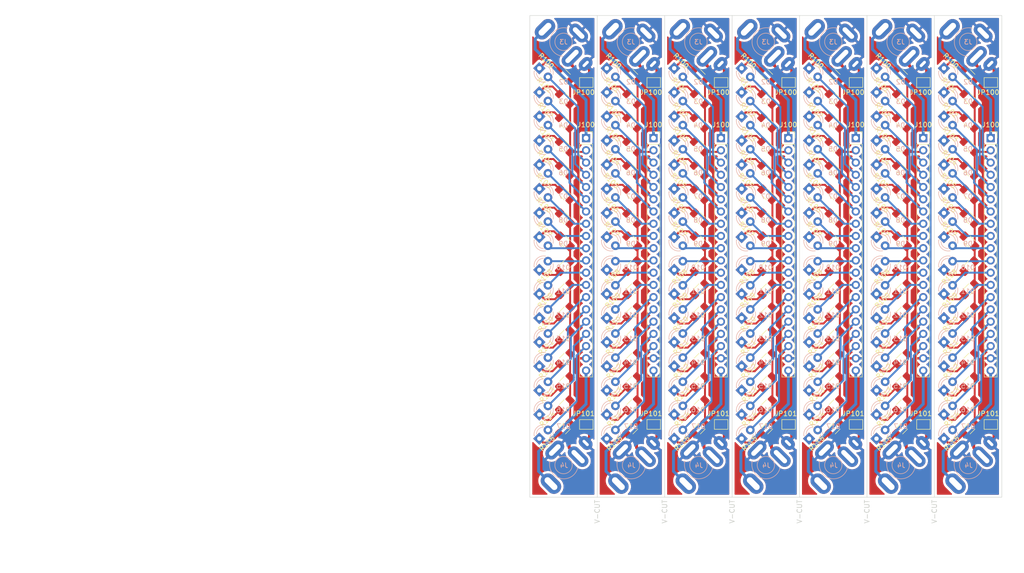
<source format=kicad_pcb>
(kicad_pcb (version 20211014) (generator pcbnew)
  (title_block (title "Voltage Detector") (date "2022-12-04") (rev "1.0") (company "RobotDialogs"))
  (layers (0 "F.Cu" signal) (31 "B.Cu" signal) (34 "B.Paste" user) (35 "F.Paste" user) (36 "B.SilkS" user "B.Silkscreen") (37 "F.SilkS" user "F.Silkscreen") (38 "B.Mask" user) (39 "F.Mask" user) (44 "Edge.Cuts" user))
  (net 0 "")
  (net 1 "GND")
  (net 2 "-12V")
  (net 3 "Net-(D3-Pad2)")
  (net 4 "Net-(D4-Pad2)")
  (net 5 "Net-(D5-Pad2)")
  (net 6 "Net-(D6-Pad2)")
  (net 7 "Net-(D7-Pad2)")
  (net 8 "Net-(D8-Pad2)")
  (net 9 "Net-(D9-Pad2)")
  (net 10 "Net-(D10-Pad2)")
  (net 11 "Net-(D11-Pad2)")
  (net 12 "Net-(D12-Pad2)")
  (net 13 "Net-(D13-Pad2)")
  (net 14 "Net-(D14-Pad2)")
  (net 15 "Net-(D15-Pad2)")
  (net 16 "Net-(D16-Pad2)")
  (net 17 "Net-(D17-Pad2)")
  (net 18 "Net-(D3-Pad1)")
  (net 19 "Net-(D4-Pad1)")
  (net 20 "Net-(D5-Pad1)")
  (net 21 "Net-(D6-Pad1)")
  (net 22 "Net-(D7-Pad1)")
  (net 23 "Net-(D8-Pad1)")
  (net 24 "Net-(D9-Pad1)")
  (net 25 "Net-(D10-Pad1)")
  (net 26 "Net-(D11-Pad1)")
  (net 27 "Net-(D12-Pad1)")
  (net 28 "Net-(D13-Pad1)")
  (net 29 "Net-(D14-Pad1)")
  (net 30 "Net-(D15-Pad1)")
  (net 31 "Net-(D16-Pad1)")
  (net 32 "Net-(D17-Pad1)")
  (net 33 "Net-(D2-Pad1)")
  (net 34 "Net-(D2-Pad2)")
  (net 35 "Net-(J100-Pad20)")
  (net 36 "Net-(J3-PadTN)")
  (net 37 "Net-(J3-PadT)")
  (net 38 "Net-(J4-PadTN)")
  (footprint "Resistor_SMD:R_1206_3216Metric_Pad1.30x1.75mm_HandSolder" (layer "F.Cu") (at 189.270711 102.020402 45)
    (fp_text reference "R108")
    (fp_text value "2k7")
  )
  (footprint "Resistor_SMD:R_1206_3216Metric_Pad1.30x1.75mm_HandSolder" (layer "F.Cu") (at 175.270711 62.348978 -45)
    (fp_text reference "R100")
    (fp_text value "2k7")
  )
  (footprint "Resistor_SMD:R_1206_3216Metric_Pad1.30x1.75mm_HandSolder" (layer "F.Cu") (at 203.270711 92.09183 -45)
    (fp_text reference "R106")
    (fp_text value "2k7")
  )
  (footprint "Jumper:SolderJumper-2_P1.3mm_Bridged_Pad1.0x1.5mm" (layer "F.Cu") (at 165.720711 134.898972 180)
    (fp_text reference "JP101")
    (fp_text value "Jumper_2_Bridged")
  )
  (footprint "Resistor_SMD:R_1206_3216Metric_Pad1.30x1.75mm_HandSolder" (layer "F.Cu") (at 175.270711 102.020402 45)
    (fp_text reference "R108")
    (fp_text value "2k7")
  )
  (footprint "Resistor_SMD:R_1206_3216Metric_Pad1.30x1.75mm_HandSolder" (layer "F.Cu") (at 217.270711 62.348978 -45)
    (fp_text reference "R100")
    (fp_text value "2k7")
  )
  (footprint "Resistor_SMD:R_1206_3216Metric_Pad1.30x1.75mm_HandSolder" (layer "F.Cu") (at 147.270711 87.134688 -45)
    (fp_text reference "R105")
    (fp_text value "2k7")
  )
  (footprint "Jumper:SolderJumper-2_P1.3mm_Bridged_Pad1.0x1.5mm" (layer "F.Cu") (at 221.720711 63.898972 180)
    (fp_text reference "JP100")
    (fp_text value "Jumper_2_Bridged")
  )
  (footprint "Resistor_SMD:R_1206_3216Metric_Pad1.30x1.75mm_HandSolder" (layer "F.Cu") (at 161.270711 126.091827 45)
    (fp_text reference "R113")
    (fp_text value "2k7")
  )
  (footprint "Resistor_SMD:R_1206_3216Metric_Pad1.30x1.75mm_HandSolder" (layer "F.Cu") (at 161.270711 106.834687 45)
    (fp_text reference "R109")
    (fp_text value "2k7")
  )
  (footprint "Resistor_SMD:R_1206_3216Metric_Pad1.30x1.75mm_HandSolder" (layer "F.Cu") (at 147.270711 130.906112 45)
    (fp_text reference "R114")
    (fp_text value "2k7")
  )
  (footprint "Resistor_SMD:R_1206_3216Metric_Pad1.30x1.75mm_HandSolder" (layer "F.Cu") (at 161.270711 130.906112 45)
    (fp_text reference "R114")
    (fp_text value "2k7")
  )
  (footprint "Jumper:SolderJumper-2_P1.3mm_Bridged_Pad1.0x1.5mm" (layer "F.Cu") (at 151.720711 63.898972 180)
    (fp_text reference "JP100")
    (fp_text value "Jumper_2_Bridged")
  )
  (footprint "Resistor_SMD:R_1206_3216Metric_Pad1.30x1.75mm_HandSolder" (layer "F.Cu") (at 203.270711 130.906112 45)
    (fp_text reference "R114")
    (fp_text value "2k7")
  )
  (footprint "Connector_PinSocket_2.54mm:PinSocket_1x20_P2.54mm_Vertical" (layer "F.Cu") (at 179.674999 75.448972)
    (fp_text reference "J100")
    (fp_text value "Conn_01x20")
  )
  (footprint "Resistor_SMD:R_1206_3216Metric_Pad1.30x1.75mm_HandSolder" (layer "F.Cu") (at 175.270711 87.134688 -45)
    (fp_text reference "R105")
    (fp_text value "2k7")
  )
  (footprint "Resistor_SMD:R_1206_3216Metric_Pad1.30x1.75mm_HandSolder" (layer "F.Cu") (at 175.270711 121.277542 45)
    (fp_text reference "R112")
    (fp_text value "2k7")
  )
  (footprint "Resistor_SMD:R_1206_3216Metric_Pad1.30x1.75mm_HandSolder" (layer "F.Cu") (at 231.270711 72.263262 -45)
    (fp_text reference "R102")
    (fp_text value "2k7")
  )
  (footprint "Connector_PinSocket_2.54mm:PinSocket_1x20_P2.54mm_Vertical" (layer "F.Cu") (at 221.674999 75.448972)
    (fp_text reference "J100")
    (fp_text value "Conn_01x20")
  )
  (footprint "Resistor_SMD:R_1206_3216Metric_Pad1.30x1.75mm_HandSolder" (layer "F.Cu") (at 161.270711 82.177546 -45)
    (fp_text reference "R104")
    (fp_text value "2k7")
  )
  (footprint "Resistor_SMD:R_1206_3216Metric_Pad1.30x1.75mm_HandSolder" (layer "F.Cu") (at 161.270711 96.898972 -45)
    (fp_text reference "R107")
    (fp_text value "2k7")
  )
  (footprint "Jumper:SolderJumper-2_P1.3mm_Bridged_Pad1.0x1.5mm" (layer "F.Cu") (at 193.720711 134.898972 180)
    (fp_text reference "JP101")
    (fp_text value "Jumper_2_Bridged")
  )
  (footprint "Resistor_SMD:R_1206_3216Metric_Pad1.30x1.75mm_HandSolder" (layer "F.Cu") (at 231.270711 106.834687 45)
    (fp_text reference "R109")
    (fp_text value "2k7")
  )
  (footprint "Resistor_SMD:R_1206_3216Metric_Pad1.30x1.75mm_HandSolder" (layer "F.Cu") (at 175.270711 77.220404 -45)
    (fp_text reference "R103")
    (fp_text value "2k7")
  )
  (footprint "Resistor_SMD:R_1206_3216Metric_Pad1.30x1.75mm_HandSolder" (layer "F.Cu") (at 203.270711 116.463257 45)
    (fp_text reference "R111")
    (fp_text value "2k7")
  )
  (footprint "Resistor_SMD:R_1206_3216Metric_Pad1.30x1.75mm_HandSolder" (layer "F.Cu") (at 217.270711 135.720397 45)
    (fp_text reference "R115")
    (fp_text value "2k7")
  )
  (footprint "Resistor_SMD:R_1206_3216Metric_Pad1.30x1.75mm_HandSolder" (layer "F.Cu") (at 217.270711 102.020402 45)
    (fp_text reference "R108")
    (fp_text value "2k7")
  )
  (footprint "Jumper:SolderJumper-2_P1.3mm_Bridged_Pad1.0x1.5mm" (layer "F.Cu") (at 165.720711 63.898972 180)
    (fp_text reference "JP100")
    (fp_text value "Jumper_2_Bridged")
  )
  (footprint "Jumper:SolderJumper-2_P1.3mm_Bridged_Pad1.0x1.5mm" (layer "F.Cu") (at 221.720711 134.898972 180)
    (fp_text reference "JP101")
    (fp_text value "Jumper_2_Bridged")
  )
  (footprint "Resistor_SMD:R_1206_3216Metric_Pad1.30x1.75mm_HandSolder" (layer "F.Cu") (at 161.270711 77.220404 -45)
    (fp_text reference "R103")
    (fp_text value "2k7")
  )
  (footprint "Resistor_SMD:R_1206_3216Metric_Pad1.30x1.75mm_HandSolder" (layer "F.Cu") (at 189.270711 106.834687 45)
    (fp_text reference "R109")
    (fp_text value "2k7")
  )
  (footprint "Resistor_SMD:R_1206_3216Metric_Pad1.30x1.75mm_HandSolder" (layer "F.Cu") (at 231.270711 67.30612 -45)
    (fp_text reference "R101")
    (fp_text value "2k7")
  )
  (footprint "Resistor_SMD:R_1206_3216Metric_Pad1.30x1.75mm_HandSolder" (layer "F.Cu") (at 189.270711 87.134688 -45)
    (fp_text reference "R105")
    (fp_text value "2k7")
  )
  (footprint "Resistor_SMD:R_1206_3216Metric_Pad1.30x1.75mm_HandSolder" (layer "F.Cu") (at 217.270711 92.09183 -45)
    (fp_text reference "R106")
    (fp_text value "2k7")
  )
  (footprint "Resistor_SMD:R_1206_3216Metric_Pad1.30x1.75mm_HandSolder" (layer "F.Cu") (at 161.270711 116.463257 45)
    (fp_text reference "R111")
    (fp_text value "2k7")
  )
  (footprint "Resistor_SMD:R_1206_3216Metric_Pad1.30x1.75mm_HandSolder" (layer "F.Cu") (at 231.270711 135.720397 45)
    (fp_text reference "R115")
    (fp_text value "2k7")
  )
  (footprint "Resistor_SMD:R_1206_3216Metric_Pad1.30x1.75mm_HandSolder" (layer "F.Cu") (at 147.270711 106.834687 45)
    (fp_text reference "R109")
    (fp_text value "2k7")
  )
  (footprint "Resistor_SMD:R_1206_3216Metric_Pad1.30x1.75mm_HandSolder" (layer "F.Cu") (at 189.270711 92.09183 -45)
    (fp_text reference "R106")
    (fp_text value "2k7")
  )
  (footprint "Resistor_SMD:R_1206_3216Metric_Pad1.30x1.75mm_HandSolder" (layer "F.Cu") (at 203.270711 87.134688 -45)
    (fp_text reference "R105")
    (fp_text value "2k7")
  )
  (footprint "Resistor_SMD:R_1206_3216Metric_Pad1.30x1.75mm_HandSolder" (layer "F.Cu") (at 203.270711 102.020402 45)
    (fp_text reference "R108")
    (fp_text value "2k7")
  )
  (footprint "Resistor_SMD:R_1206_3216Metric_Pad1.30x1.75mm_HandSolder" (layer "F.Cu") (at 161.270711 62.348978 -45)
    (fp_text reference "R100")
    (fp_text value "2k7")
  )
  (footprint "Resistor_SMD:R_1206_3216Metric_Pad1.30x1.75mm_HandSolder" (layer "F.Cu") (at 217.270711 106.834687 45)
    (fp_text reference "R109")
    (fp_text value "2k7")
  )
  (footprint "Resistor_SMD:R_1206_3216Metric_Pad1.30x1.75mm_HandSolder" (layer "F.Cu") (at 189.270711 72.263262 -45)
    (fp_text reference "R102")
    (fp_text value "2k7")
  )
  (footprint "Resistor_SMD:R_1206_3216Metric_Pad1.30x1.75mm_HandSolder" (layer "F.Cu") (at 189.270711 67.30612 -45)
    (fp_text reference "R101")
    (fp_text value "2k7")
  )
  (footprint "Resistor_SMD:R_1206_3216Metric_Pad1.30x1.75mm_HandSolder" (layer "F.Cu") (at 189.270711 96.898972 -45)
    (fp_text reference "R107")
    (fp_text value "2k7")
  )
  (footprint "Resistor_SMD:R_1206_3216Metric_Pad1.30x1.75mm_HandSolder" (layer "F.Cu") (at 189.270711 130.906112 45)
    (fp_text reference "R114")
    (fp_text value "2k7")
  )
  (footprint "Jumper:SolderJumper-2_P1.3mm_Bridged_Pad1.0x1.5mm" (layer "F.Cu") (at 235.720711 134.898972 180)
    (fp_text reference "JP101")
    (fp_text value "Jumper_2_Bridged")
  )
  (footprint "Resistor_SMD:R_1206_3216Metric_Pad1.30x1.75mm_HandSolder" (layer "F.Cu") (at 203.270711 67.30612 -45)
    (fp_text reference "R101")
    (fp_text value "2k7")
  )
  (footprint "Resistor_SMD:R_1206_3216Metric_Pad1.30x1.75mm_HandSolder" (layer "F.Cu") (at 147.270711 96.898972 -45)
    (fp_text reference "R107")
    (fp_text value "2k7")
  )
  (footprint "Resistor_SMD:R_1206_3216Metric_Pad1.30x1.75mm_HandSolder" (layer "F.Cu") (at 161.270711 121.277542 45)
    (fp_text reference "R112")
    (fp_text value "2k7")
  )
  (footprint "Connector_PinSocket_2.54mm:PinSocket_1x20_P2.54mm_Vertical" (layer "F.Cu") (at 165.674999 75.448972)
    (fp_text reference "J100")
    (fp_text value "Conn_01x20")
  )
  (footprint "Resistor_SMD:R_1206_3216Metric_Pad1.30x1.75mm_HandSolder" (layer "F.Cu") (at 147.270711 92.09183 -45)
    (fp_text reference "R106")
    (fp_text value "2k7")
  )
  (footprint "Resistor_SMD:R_1206_3216Metric_Pad1.30x1.75mm_HandSolder" (layer "F.Cu") (at 189.270711 135.720397 45)
    (fp_text reference "R115")
    (fp_text value "2k7")
  )
  (footprint "Resistor_SMD:R_1206_3216Metric_Pad1.30x1.75mm_HandSolder" (layer "F.Cu") (at 217.270711 121.277542 45)
    (fp_text reference "R112")
    (fp_text value "2k7")
  )
  (footprint "Resistor_SMD:R_1206_3216Metric_Pad1.30x1.75mm_HandSolder" (layer "F.Cu") (at 217.270711 77.220404 -45)
    (fp_text reference "R103")
    (fp_text value "2k7")
  )
  (footprint "Resistor_SMD:R_1206_3216Metric_Pad1.30x1.75mm_HandSolder" (layer "F.Cu") (at 189.270711 116.463257 45)
    (fp_text reference "R111")
    (fp_text value "2k7")
  )
  (footprint "Resistor_SMD:R_1206_3216Metric_Pad1.30x1.75mm_HandSolder" (layer "F.Cu") (at 147.270711 82.177546 -45)
    (fp_text reference "R104")
    (fp_text value "2k7")
  )
  (footprint "Resistor_SMD:R_1206_3216Metric_Pad1.30x1.75mm_HandSolder" (layer "F.Cu") (at 161.270711 67.30612 -45)
    (fp_text reference "R101")
    (fp_text value "2k7")
  )
  (footprint "Resistor_SMD:R_1206_3216Metric_Pad1.30x1.75mm_HandSolder" (layer "F.Cu") (at 217.270711 87.134688 -45)
    (fp_text reference "R105")
    (fp_text value "2k7")
  )
  (footprint "Resistor_SMD:R_1206_3216Metric_Pad1.30x1.75mm_HandSolder" (layer "F.Cu") (at 147.270711 111.648972 45)
    (fp_text reference "R110")
    (fp_text value "2k7")
  )
  (footprint "Resistor_SMD:R_1206_3216Metric_Pad1.30x1.75mm_HandSolder" (layer "F.Cu") (at 203.270711 62.348978 -45)
    (fp_text reference "R100")
    (fp_text value "2k7")
  )
  (footprint "Resistor_SMD:R_1206_3216Metric_Pad1.30x1.75mm_HandSolder" (layer "F.Cu") (at 231.270711 62.348978 -45)
    (fp_text reference "R100")
    (fp_text value "2k7")
  )
  (footprint "Jumper:SolderJumper-2_P1.3mm_Bridged_Pad1.0x1.5mm" (layer "F.Cu") (at 235.720711 63.898972 180)
    (fp_text reference "JP100")
    (fp_text value "Jumper_2_Bridged")
  )
  (footprint "Resistor_SMD:R_1206_3216Metric_Pad1.30x1.75mm_HandSolder" (layer "F.Cu") (at 231.270711 96.898972 -45)
    (fp_text reference "R107")
    (fp_text value "2k7")
  )
  (footprint "Resistor_SMD:R_1206_3216Metric_Pad1.30x1.75mm_HandSolder" (layer "F.Cu") (at 217.270711 116.463257 45)
    (fp_text reference "R111")
    (fp_text value "2k7")
  )
  (footprint "Resistor_SMD:R_1206_3216Metric_Pad1.30x1.75mm_HandSolder" (layer "F.Cu") (at 175.270711 130.906112 45)
    (fp_text reference "R114")
    (fp_text value "2k7")
  )
  (footprint "Resistor_SMD:R_1206_3216Metric_Pad1.30x1.75mm_HandSolder" (layer "F.Cu") (at 203.270711 77.220404 -45)
    (fp_text reference "R103")
    (fp_text value "2k7")
  )
  (footprint "Resistor_SMD:R_1206_3216Metric_Pad1.30x1.75mm_HandSolder" (layer "F.Cu") (at 175.270711 92.09183 -45)
    (fp_text reference "R106")
    (fp_text value "2k7")
  )
  (footprint "Connector_PinSocket_2.54mm:PinSocket_1x20_P2.54mm_Vertical" (layer "F.Cu") (at 151.674999 75.448972)
    (fp_text reference "J100")
    (fp_text value "Conn_01x20")
  )
  (footprint "Resistor_SMD:R_1206_3216Metric_Pad1.30x1.75mm_HandSolder" (layer "F.Cu") (at 147.270711 126.091827 45)
    (fp_text reference "R113")
    (fp_text value "2k7")
  )
  (footprint "Resistor_SMD:R_1206_3216Metric_Pad1.30x1.75mm_HandSolder" (layer "F.Cu") (at 217.270711 67.30612 -45)
    (fp_text reference "R101")
    (fp_text value "2k7")
  )
  (footprint "Jumper:SolderJumper-2_P1.3mm_Bridged_Pad1.0x1.5mm" (layer "F.Cu") (at 207.720711 134.898972 180)
    (fp_text reference "JP101")
    (fp_text value "Jumper_2_Bridged")
  )
  (footprint "Resistor_SMD:R_1206_3216Metric_Pad1.30x1.75mm_HandSolder" (layer "F.Cu") (at 231.270711 92.09183 -45)
    (fp_text reference "R106")
    (fp_text value "2k7")
  )
  (footprint "Resistor_SMD:R_1206_3216Metric_Pad1.30x1.75mm_HandSolder" (layer "F.Cu") (at 175.270711 111.648972 45)
    (fp_text reference "R110")
    (fp_text value "2k7")
  )
  (footprint "Resistor_SMD:R_1206_3216Metric_Pad1.30x1.75mm_HandSolder" (layer "F.Cu") (at 147.270711 135.720397 45)
    (fp_text reference "R115")
    (fp_text value "2k7")
  )
  (footprint "Connector_PinSocket_2.54mm:PinSocket_1x20_P2.54mm_Vertical" (layer "F.Cu") (at 235.674999 75.448972)
    (fp_text reference "J100")
    (fp_text value "Conn_01x20")
  )
  (footprint "Resistor_SMD:R_1206_3216Metric_Pad1.30x1.75mm_HandSolder" (layer "F.Cu") (at 147.270711 72.263262 -45)
    (fp_text reference "R102")
    (fp_text value "2k7")
  )
  (footprint "Resistor_SMD:R_1206_3216Metric_Pad1.30x1.75mm_HandSolder" (layer "F.Cu") (at 175.270711 126.091827 45)
    (fp_text reference "R113")
    (fp_text value "2k7")
  )
  (footprint "Resistor_SMD:R_1206_3216Metric_Pad1.30x1.75mm_HandSolder" (layer "F.Cu") (at 189.270711 121.277542 45)
    (fp_text reference "R112")
    (fp_text value "2k7")
  )
  (footprint "Resistor_SMD:R_1206_3216Metric_Pad1.30x1.75mm_HandSolder" (layer "F.Cu") (at 147.270711 116.463257 45)
    (fp_text reference "R111")
    (fp_text value "2k7")
  )
  (footprint "Resistor_SMD:R_1206_3216Metric_Pad1.30x1.75mm_HandSolder" (layer "F.Cu") (at 175.270711 72.263262 -45)
    (fp_text reference "R102")
    (fp_text value "2k7")
  )
  (footprint "Resistor_SMD:R_1206_3216Metric_Pad1.30x1.75mm_HandSolder" (layer "F.Cu") (at 217.270711 130.906112 45)
    (fp_text reference "R114")
    (fp_text value "2k7")
  )
  (footprint "Resistor_SMD:R_1206_3216Metric_Pad1.30x1.75mm_HandSolder" (layer "F.Cu") (at 203.270711 106.834687 45)
    (fp_text reference "R109")
    (fp_text value "2k7")
  )
  (footprint "Resistor_SMD:R_1206_3216Metric_Pad1.30x1.75mm_HandSolder" (layer "F.Cu") (at 231.270711 87.134688 -45)
    (fp_text reference "R105")
    (fp_text value "2k7")
  )
  (footprint "Resistor_SMD:R_1206_3216Metric_Pad1.30x1.75mm_HandSolder" (layer "F.Cu") (at 203.270711 121.277542 45)
    (fp_text reference "R112")
    (fp_text value "2k7")
  )
  (footprint "Resistor_SMD:R_1206_3216Metric_Pad1.30x1.75mm_HandSolder" (layer "F.Cu") (at 161.270711 135.720397 45)
    (fp_text reference "R115")
    (fp_text value "2k7")
  )
  (footprint "Resistor_SMD:R_1206_3216Metric_Pad1.30x1.75mm_HandSolder" (layer "F.Cu") (at 175.270711 135.720397 45)
    (fp_text reference "R115")
    (fp_text value "2k7")
  )
  (footprint "Resistor_SMD:R_1206_3216Metric_Pad1.30x1.75mm_HandSolder" (layer "F.Cu") (at 231.270711 77.220404 -45)
    (fp_text reference "R103")
    (fp_text value "2k7")
  )
  (footprint "Resistor_SMD:R_1206_3216Metric_Pad1.30x1.75mm_HandSolder" (layer "F.Cu") (at 217.270711 82.177546 -45)
    (fp_text reference "R104")
    (fp_text value "2k7")
  )
  (footprint "Resistor_SMD:R_1206_3216Metric_Pad1.30x1.75mm_HandSolder" (layer "F.Cu") (at 231.270711 111.648972 45)
    (fp_text reference "R110")
    (fp_text value "2k7")
  )
  (footprint "Connector_PinSocket_2.54mm:PinSocket_1x20_P2.54mm_Vertical" (layer "F.Cu") (at 193.674999 75.448972)
    (fp_text reference "J100")
    (fp_text value "Conn_01x20")
  )
  (footprint "Resistor_SMD:R_1206_3216Metric_Pad1.30x1.75mm_HandSolder" (layer "F.Cu") (at 203.270711 135.720397 45)
    (fp_text reference "R115")
    (fp_text value "2k7")
  )
  (footprint "Resistor_SMD:R_1206_3216Metric_Pad1.30x1.75mm_HandSolder" (layer "F.Cu") (at 231.270711 121.277542 45)
    (fp_text reference "R112")
    (fp_text value "2k7")
  )
  (footprint "Resistor_SMD:R_1206_3216Metric_Pad1.30x1.75mm_HandSolder" (layer "F.Cu") (at 203.270711 72.263262 -45)
    (fp_text reference "R102")
    (fp_text value "2k7")
  )
  (footprint "Resistor_SMD:R_1206_3216Metric_Pad1.30x1.75mm_HandSolder" (layer "F.Cu") (at 147.270711 121.277542 45)
    (fp_text reference "R112")
    (fp_text value "2k7")
  )
  (footprint "Resistor_SMD:R_1206_3216Metric_Pad1.30x1.75mm_HandSolder" (layer "F.Cu") (at 231.270711 102.020402 45)
    (fp_text reference "R108")
    (fp_text value "2k7")
  )
  (footprint "Resistor_SMD:R_1206_3216Metric_Pad1.30x1.75mm_HandSolder" (layer "F.Cu") (at 175.270711 106.834687 45)
    (fp_text reference "R109")
    (fp_text value "2k7")
  )
  (footprint "Jumper:SolderJumper-2_P1.3mm_Bridged_Pad1.0x1.5mm" (layer "F.Cu") (at 207.720711 63.898972 180)
    (fp_text reference "JP100")
    (fp_text value "Jumper_2_Bridged")
  )
  (footprint "Resistor_SMD:R_1206_3216Metric_Pad1.30x1.75mm_HandSolder" (layer "F.Cu") (at 231.270711 82.177546 -45)
    (fp_text reference "R104")
    (fp_text value "2k7")
  )
  (footprint "Resistor_SMD:R_1206_3216Metric_Pad1.30x1.75mm_HandSolder" (layer "F.Cu") (at 147.270711 67.30612 -45)
    (fp_text reference "R101")
    (fp_text value "2k7")
  )
  (footprint "Resistor_SMD:R_1206_3216Metric_Pad1.30x1.75mm_HandSolder" (layer "F.Cu") (at 189.270711 126.091827 45)
    (fp_text reference "R113")
    (fp_text value "2k7")
  )
  (footprint "Resistor_SMD:R_1206_3216Metric_Pad1.30x1.75mm_HandSolder" (layer "F.Cu") (at 203.270711 96.898972 -45)
    (fp_text reference "R107")
    (fp_text value "2k7")
  )
  (footprint "Resistor_SMD:R_1206_3216Metric_Pad1.30x1.75mm_HandSolder" (layer "F.Cu") (at 217.270711 126.091827 45)
    (fp_text reference "R113")
    (fp_text value "2k7")
  )
  (footprint "Jumper:SolderJumper-2_P1.3mm_Bridged_Pad1.0x1.5mm" (layer "F.Cu") (at 151.720711 134.898972 180)
    (fp_text reference "JP101")
    (fp_text value "Jumper_2_Bridged")
  )
  (footprint "Resistor_SMD:R_1206_3216Metric_Pad1.30x1.75mm_HandSolder" (layer "F.Cu") (at 189.270711 77.220404 -45)
    (fp_text reference "R103")
    (fp_text value "2k7")
  )
  (footprint "Resistor_SMD:R_1206_3216Metric_Pad1.30x1.75mm_HandSolder" (layer "F.Cu") (at 189.270711 111.648972 45)
    (fp_text reference "R110")
    (fp_text value "2k7")
  )
  (footprint "Resistor_SMD:R_1206_3216Metric_Pad1.30x1.75mm_HandSolder" (layer "F.Cu") (at 189.270711 62.348978 -45)
    (fp_text reference "R100")
    (fp_text value "2k7")
  )
  (footprint "Resistor_SMD:R_1206_3216Metric_Pad1.30x1.75mm_HandSolder" (layer "F.Cu") (at 231.270711 130.906112 45)
    (fp_text reference "R114")
    (fp_text value "2k7")
  )
  (footprint "Resistor_SMD:R_1206_3216Metric_Pad1.30x1.75mm_HandSolder" (layer "F.Cu") (at 203.270711 126.091827 45)
    (fp_text reference "R113")
    (fp_text value "2k7")
  )
  (footprint "Resistor_SMD:R_1206_3216Metric_Pad1.30x1.75mm_HandSolder" (layer "F.Cu") (at 217.270711 96.898972 -45)
    (fp_text reference "R107")
    (fp_text value "2k7")
  )
  (footprint "Connector_PinSocket_2.54mm:PinSocket_1x20_P2.54mm_Vertical" (layer "F.Cu") (at 207.674999 75.448972)
    (fp_text reference "J100")
    (fp_text value "Conn_01x20")
  )
  (footprint "Resistor_SMD:R_1206_3216Metric_Pad1.30x1.75mm_HandSolder" (layer "F.Cu") (at 203.270711 82.177546 -45)
    (fp_text reference "R104")
    (fp_text value "2k7")
  )
  (footprint "Resistor_SMD:R_1206_3216Metric_Pad1.30x1.75mm_HandSolder" (layer "F.Cu") (at 217.270711 111.648972 45)
    (fp_text reference "R110")
    (fp_text value "2k7")
  )
  (footprint "Resistor_SMD:R_1206_3216Metric_Pad1.30x1.75mm_HandSolder" (layer "F.Cu") (at 231.270711 126.091827 45)
    (fp_text reference "R113")
    (fp_text value "2k7")
  )
  (footprint "Resistor_SMD:R_1206_3216Metric_Pad1.30x1.75mm_HandSolder" (layer "F.Cu") (at 217.270711 72.263262 -45)
    (fp_text reference "R102")
    (fp_text value "2k7")
  )
  (footprint "Resistor_SMD:R_1206_3216Metric_Pad1.30x1.75mm_HandSolder" (layer "F.Cu") (at 175.270711 96.898972 -45)
    (fp_text reference "R107")
    (fp_text value "2k7")
  )
  (footprint "Jumper:SolderJumper-2_P1.3mm_Bridged_Pad1.0x1.5mm" (layer "F.Cu") (at 193.720711 63.898972 180)
    (fp_text reference "JP100")
    (fp_text value "Jumper_2_Bridged")
  )
  (footprint "Resistor_SMD:R_1206_3216Metric_Pad1.30x1.75mm_HandSolder" (layer "F.Cu") (at 231.270711 116.463257 45)
    (fp_text reference "R111")
    (fp_text value "2k7")
  )
  (footprint "Resistor_SMD:R_1206_3216Metric_Pad1.30x1.75mm_HandSolder" (layer "F.Cu") (at 175.270711 116.463257 45)
    (fp_text reference "R111")
    (fp_text value "2k7")
  )
  (footprint "Resistor_SMD:R_1206_3216Metric_Pad1.30x1.75mm_HandSolder" (layer "F.Cu") (at 161.270711 111.648972 45)
    (fp_text reference "R110")
    (fp_text value "2k7")
  )
  (footprint "Resistor_SMD:R_1206_3216Metric_Pad1.30x1.75mm_HandSolder" (layer "F.Cu") (at 175.270711 82.177546 -45)
    (fp_text reference "R104")
    (fp_text value "2k7")
  )
  (footprint "Resistor_SMD:R_1206_3216Metric_Pad1.30x1.75mm_HandSolder" (layer "F.Cu") (at 147.270711 77.220404 -45)
    (fp_text reference "R103")
    (fp_text value "2k7")
  )
  (footprint "Resistor_SMD:R_1206_3216Metric_Pad1.30x1.75mm_HandSolder" (layer "F.Cu") (at 147.270711 102.020402 45)
    (fp_text reference "R108")
    (fp_text value "2k7")
  )
  (footprint "Resistor_SMD:R_1206_3216Metric_Pad1.30x1.75mm_HandSolder" (layer "F.Cu") (at 161.270711 72.263262 -45)
    (fp_text reference "R102")
    (fp_text value "2k7")
  )
  (footprint "Resistor_SMD:R_1206_3216Metric_Pad1.30x1.75mm_HandSolder" (layer "F.Cu") (at 161.270711 102.020402 45)
    (fp_text reference "R108")
    (fp_text value "2k7")
  )
  (footprint "Resistor_SMD:R_1206_3216Metric_Pad1.30x1.75mm_HandSolder" (layer "F.Cu") (at 175.270711 67.30612 -45)
    (fp_text reference "R101")
    (fp_text value "2k7")
  )
  (footprint "Resistor_SMD:R_1206_3216Metric_Pad1.30x1.75mm_HandSolder" (layer "F.Cu") (at 147.270711 62.348978 -45)
    (fp_text reference "R100")
    (fp_text value "2k7")
  )
  (footprint "Jumper:SolderJumper-2_P1.3mm_Bridged_Pad1.0x1.5mm" (layer "F.Cu") (at 179.720711 63.898972 180)
    (fp_text reference "JP100")
    (fp_text value "Jumper_2_Bridged")
  )
  (footprint "Resistor_SMD:R_1206_3216Metric_Pad1.30x1.75mm_HandSolder" (layer "F.Cu") (at 161.270711 92.09183 -45)
    (fp_text reference "R106")
    (fp_text value "2k7")
  )
  (footprint "Resistor_SMD:R_1206_3216Metric_Pad1.30x1.75mm_HandSolder" (layer "F.Cu") (at 203.270711 111.648972 45)
    (fp_text reference "R110")
    (fp_text value "2k7")
  )
  (footprint "Resistor_SMD:R_1206_3216Metric_Pad1.30x1.75mm_HandSolder" (layer "F.Cu") (at 161.270711 87.134688 -45)
    (fp_text reference "R105")
    (fp_text value "2k7")
  )
  (footprint "Resistor_SMD:R_1206_3216Metric_Pad1.30x1.75mm_HandSolder" (layer "F.Cu") (at 189.270711 82.177546 -45)
    (fp_text reference "R104")
    (fp_text value "2k7")
  )
  (footprint "Jumper:SolderJumper-2_P1.3mm_Bridged_Pad1.0x1.5mm" (layer "F.Cu") (at 179.720711 134.898972 180)
    (fp_text reference "JP101")
    (fp_text value "Jumper_2_Bridged")
  )
  (footprint "My Stuff:LED_D3.0mm" (layer "B.Cu") (at 212.870711 111.913658 45)
    (fp_text reference "D12")
    (fp_text value "LED")
  )
  (footprint "My Stuff:LED_D3.0mm" (layer "B.Cu") (at 198.870711 101.900326 45)
    (fp_text reference "D10")
    (fp_text value "LED")
  )
  (footprint "My Stuff:LED_D3.0mm" (layer "B.Cu") (at 156.870711 111.913658 45)
    (fp_text reference "D12")
    (fp_text value "LED")
  )
  (footprint "My Stuff:LED_D3.0mm" (layer "B.Cu") (at 198.870711 121.926991 45)
    (fp_text reference "D14")
    (fp_text value "LED")
  )
  (footprint "My Stuff:LED_D3.0mm" (layer "B.Cu") (at 156.870711 81.873662 -45)
    (fp_text reference "D6")
    (fp_text value "LED")
  )
  (footprint "My Stuff:LED_D3.0mm" (layer "B.Cu") (at 198.870711 106.906992 45)
    (fp_text reference "D11")
    (fp_text value "LED")
  )
  (footprint "My Stuff:LED_D3.0mm" (layer "B.Cu") (at 198.870711 81.873662 -45)
    (fp_text reference "D6")
    (fp_text value "LED")
  )
  (footprint "My Stuff:LED_D3.0mm" (layer "B.Cu") (at 184.870711 111.913658 45)
    (fp_text reference "D12")
    (fp_text value "LED")
  )
  (footprint "My Stuff:LED_D3.0mm" (layer "B.Cu") (at 142.870711 131.940323 45)
    (fp_text reference "D16")
    (fp_text value "LED")
  )
  (footprint "My Stuff:LED_D3.0mm" (layer "B.Cu") (at 142.870712 91.886994 -45)
    (fp_text reference "D8")
    (fp_text value "LED")
  )
  (footprint "My Stuff:LED_D3.0mm" (layer "B.Cu") (at 142.870711 111.913658 45)
    (fp_text reference "D12")
    (fp_text value "LED")
  )
  (footprint "My Stuff:Jack_3.5mm_MJ-355W_and_PJ398SM_Vertical" (layer "B.Cu") (at 189.020711 55.480005 -135)
    (fp_text reference "J3")
    (fp_text value "IN_1")
  )
  (footprint "My Stuff:LED_D3.0mm" (layer "B.Cu") (at 212.870711 106.906992 45)
    (fp_text reference "D11")
    (fp_text value "LED")
  )
  (footprint "My Stuff:LED_D3.0mm" (layer "B.Cu") (at 156.870711 86.880327 -45)
    (fp_text reference "D7")
    (fp_text value "LED")
  )
  (footprint "My Stuff:LED_D3.0mm" (layer "B.Cu") (at 170.870711 76.866996 -45)
    (fp_text reference "D5")
    (fp_text value "LED")
  )
  (footprint "My Stuff:Jack_3.5mm_MJ-355W_and_PJ398SM_Vertical" (layer "B.Cu") (at 231.020711 55.480005 -135)
    (fp_text reference "J3")
    (fp_text value "IN_1")
  )
  (footprint "My Stuff:LED_D3.0mm" (layer "B.Cu") (at 170.870711 106.906992 45)
    (fp_text reference "D11")
    (fp_text value "LED")
  )
  (footprint "My Stuff:LED_D3.0mm" (layer "B.Cu") (at 184.870711 106.906992 45)
    (fp_text reference "D11")
    (fp_text value "LED")
  )
  (footprint "My Stuff:LED_D3.0mm" (layer "B.Cu") (at 170.870711 121.926991 45)
    (fp_text reference "D14")
    (fp_text value "LED")
  )
  (footprint "My Stuff:LED_D3.0mm" (layer "B.Cu") (at 156.870711 121.926991 45)
    (fp_text reference "D14")
    (fp_text value "LED")
  )
  (footprint "My Stuff:LED_D3.0mm" (layer "B.Cu") (at 226.870711 121.926991 45)
    (fp_text reference "D14")
    (fp_text value "LED")
  )
  (footprint "My Stuff:Jack_3.5mm_MJ-355W_and_PJ398SM_Vertical" (layer "B.Cu") (at 147.020711 143.317939 -45)
    (fp_text reference "J4")
    (fp_text value "IN_2")
  )
  (footprint "My Stuff:Jack_3.5mm_MJ-355W_and_PJ398SM_Vertical" (layer "B.Cu") (at 231.020711 143.317939 -45)
    (fp_text reference "J4")
    (fp_text value "IN_2")
  )
  (footprint "My Stuff:LED_D3.0mm" (layer "B.Cu") (at 170.870711 111.913658 45)
    (fp_text reference "D12")
    (fp_text value "LED")
  )
  (footprint "My Stuff:LED_D3.0mm" (layer "B.Cu") (at 212.870711 136.946998 45)
    (fp_text reference "D17")
    (fp_text value "LED")
  )
  (footprint "My Stuff:LED_D3.0mm" (layer "B.Cu") (at 226.870711 66.853663 -45)
    (fp_text reference "D3")
    (fp_text value "LED")
  )
  (footprint "My Stuff:LED_D3.0mm" (layer "B.Cu") (at 184.870711 66.853663 -45)
    (fp_text reference "D3")
    (fp_text value "LED")
  )
  (footprint "My Stuff:LED_D3.0mm" (layer "B.Cu") (at 184.870711 81.873662 -45)
    (fp_text reference "D6")
    (fp_text value "LED")
  )
  (footprint "My Stuff:LED_D3.0mm" (layer "B.Cu") (at 198.870711 131.940323 45)
    (fp_text reference "D16")
    (fp_text value "LED")
  )
  (footprint "My Stuff:LED_D3.0mm" (layer "B.Cu") (at 170.870711 81.873662 -45)
    (fp_text reference "D6")
    (fp_text value "LED")
  )
  (footprint "My Stuff:LED_D3.0mm" (layer "B.Cu") (at 156.870712 91.886994 -45)
    (fp_text reference "D8")
    (fp_text value "LED")
  )
  (footprint "My Stuff:LED_D3.0mm" (layer "B.Cu") (at 184.870711 116.920324 45)
    (fp_text reference "D13")
    (fp_text value "LED")
  )
  (footprint "My Stuff:LED_D3.0mm" (layer "B.Cu") (at 184.870711 121.926991 45)
    (fp_text reference "D14")
    (fp_text value "LED")
  )
  (footprint "My Stuff:LED_D3.0mm" (layer "B.Cu") (at 226.870711 61.846997 -45)
    (fp_text reference "D2")
    (fp_text value "LED")
  )
  (footprint "My Stuff:LED_D3.0mm" (layer "B.Cu") (at 184.870711 96.89366 -45)
    (fp_text reference "D9")
    (fp_text value "LED")
  )
  (footprint "My Stuff:LED_D3.0mm" (layer "B.Cu") (at 170.870711 61.846997 -45)
    (fp_text reference "D2")
    (fp_text value "LED")
  )
  (footprint "My Stuff:LED_D3.0mm" (layer "B.Cu") (at 170.870711 116.920324 45)
    (fp_text reference "D13")
    (fp_text value "LED")
  )
  (footprint "My Stuff:LED_D3.0mm" (layer "B.Cu") (at 156.870711 101.900326 45)
    (fp_text reference "D10")
    (fp_text value "LED")
  )
  (footprint "My Stuff:Jack_3.5mm_MJ-355W_and_PJ398SM_Vertical" (layer "B.Cu") (at 175.020711 55.480005 -135)
    (fp_text reference "J3")
    (fp_text value "IN_1")
  )
  (footprint "My Stuff:LED_D3.0mm" (layer "B.Cu") (at 156.870711 106.906992 45)
    (fp_text reference "D11")
    (fp_text value "LED")
  )
  (footprint "My Stuff:LED_D3.0mm" (layer "B.Cu") (at 198.870711 76.866996 -45)
    (fp_text reference "D5")
    (fp_text value "LED")
  )
  (footprint "My Stuff:LED_D3.0mm" (layer "B.Cu") (at 198.870711 126.933657 45)
    (fp_text reference "D15")
    (fp_text value "LED")
  )
  (footprint "My Stuff:LED_D3.0mm" (layer "B.Cu") (at 212.870711 71.86033 -45)
    (fp_text reference "D4")
    (fp_text value "LED")
  )
  (footprint "My Stuff:LED_D3.0mm" (layer "B.Cu") (at 142.870711 66.853663 -45)
    (fp_text reference "D3")
    (fp_text value "LED")
  )
  (footprint "My Stuff:LED_D3.0mm" (layer "B.Cu") (at 226.870711 106.906992 45)
    (fp_text reference "D11")
    (fp_text value "LED")
  )
  (footprint "My Stuff:LED_D3.0mm" (layer "B.Cu") (at 226.870711 96.89366 -45)
    (fp_text reference "D9")
    (fp_text value "LED")
  )
  (footprint "My Stuff:LED_D3.0mm" (layer "B.Cu") (at 212.870711 131.940323 45)
    (fp_text reference "D16")
    (fp_text value "LED")
  )
  (footprint "My Stuff:LED_D3.0mm" (layer "B.Cu") (at 184.870711 136.946998 45)
    (fp_text reference "D17")
    (fp_text value "LED")
  )
  (footprint "My Stuff:LED_D3.0mm" (layer "B.Cu") (at 170.870711 101.900326 45)
    (fp_text reference "D10")
    (fp_text value "LED")
  )
  (footprint "My Stuff:LED_D3.0mm" (layer "B.Cu") (at 212.870711 81.873662 -45)
    (fp_text reference "D6")
    (fp_text value "LED")
  )
  (footprint "My Stuff:LED_D3.0mm" (layer "B.Cu") (at 226.870711 71.86033 -45)
    (fp_text reference "D4")
    (fp_text value "LED")
  )
  (footprint "My Stuff:LED_D3.0mm" (layer "B.Cu") (at 226.870711 76.866996 -45)
    (fp_text reference "D5")
    (fp_text value "LED")
  )
  (footprint "My Stuff:Jack_3.5mm_MJ-355W_and_PJ398SM_Vertical" (layer "B.Cu") (at 189.020711 143.317939 -45)
    (fp_text reference "J4")
    (fp_text value "IN_2")
  )
  (footprint "My Stuff:LED_D3.0mm" (layer "B.Cu") (at 226.870711 136.946998 45)
    (fp_text reference "D17")
    (fp_text value "LED")
  )
  (footprint "My Stuff:LED_D3.0mm" (layer "B.Cu") (at 142.870711 76.866996 -45)
    (fp_text reference "D5")
    (fp_text value "LED")
  )
  (footprint "My Stuff:LED_D3.0mm" (layer "B.Cu") (at 184.870711 86.880327 -45)
    (fp_text reference "D7")
    (fp_text value "LED")
  )
  (footprint "My Stuff:LED_D3.0mm" (layer "B.Cu") (at 156.870711 116.920324 45)
    (fp_text reference "D13")
    (fp_text value "LED")
  )
  (footprint "My Stuff:LED_D3.0mm" (layer "B.Cu") (at 142.870711 116.920324 45)
    (fp_text reference "D13")
    (fp_text value "LED")
  )
  (footprint "My Stuff:LED_D3.0mm" (layer "B.Cu") (at 142.870711 61.846997 -45)
    (fp_text reference "D2")
    (fp_text value "LED")
  )
  (footprint "My Stuff:LED_D3.0mm" (layer "B.Cu") (at 156.870711 126.933657 45)
    (fp_text reference "D15")
    (fp_text value "LED")
  )
  (footprint "My Stuff:LED_D3.0mm" (layer "B.Cu") (at 184.870711 126.933657 45)
    (fp_text reference "D15")
    (fp_text value "LED")
  )
  (footprint "My Stuff:LED_D3.0mm" (layer "B.Cu") (at 142.870711 101.900326 45)
    (fp_text reference "D10")
    (fp_text value "LED")
  )
  (footprint "My Stuff:Jack_3.5mm_MJ-355W_and_PJ398SM_Vertical" (layer "B.Cu") (at 217.020711 55.480005 -135)
    (fp_text reference "J3")
    (fp_text value "IN_1")
  )
  (footprint "My Stuff:LED_D3.0mm" (layer "B.Cu") (at 170.870711 131.940323 45)
    (fp_text reference "D16")
    (fp_text value "LED")
  )
  (footprint "My Stuff:LED_D3.0mm" (layer "B.Cu") (at 198.870711 136.946998 45)
    (fp_text reference "D17")
    (fp_text value "LED")
  )
  (footprint "My Stuff:LED_D3.0mm" (layer "B.Cu") (at 226.870711 111.913658 45)
    (fp_text reference "D12")
    (fp_text value "LED")
  )
  (footprint "My Stuff:LED_D3.0mm" (layer "B.Cu") (at 170.870711 66.853663 -45)
    (fp_text reference "D3")
    (fp_text value "LED")
  )
  (footprint "My Stuff:LED_D3.0mm" (layer "B.Cu") (at 184.870711 101.900326 45)
    (fp_text reference "D10")
    (fp_text value "LED")
  )
  (footprint "My Stuff:LED_D3.0mm" (layer "B.Cu") (at 156.870711 76.866996 -45)
    (fp_text reference "D5")
    (fp_text value "LED")
  )
  (footprint "My Stuff:LED_D3.0mm" (layer "B.Cu") (at 226.870711 101.900326 45)
    (fp_text reference "D10")
    (fp_text value "LED")
  )
  (footprint "My Stuff:LED_D3.0mm" (layer "B.Cu") (at 142.870711 121.926991 45)
    (fp_text reference "D14")
    (fp_text value "LED")
  )
  (footprint "My Stuff:LED_D3.0mm" (layer "B.Cu") (at 212.870711 101.900326 45)
    (fp_text reference "D10")
    (fp_text value "LED")
  )
  (footprint "My Stuff:LED_D3.0mm" (layer "B.Cu") (at 212.870711 121.926991 45)
    (fp_text reference "D14")
    (fp_text value "LED")
  )
  (footprint "My Stuff:LED_D3.0mm" (layer "B.Cu") (at 156.870711 136.946998 45)
    (fp_text reference "D17")
    (fp_text value "LED")
  )
  (footprint "My Stuff:LED_D3.0mm" (layer "B.Cu") (at 142.870711 96.89366 -45)
    (fp_text reference "D9")
    (fp_text value "LED")
  )
  (footprint "My Stuff:LED_D3.0mm" (layer "B.Cu") (at 184.870712 91.886994 -45)
    (fp_text reference "D8")
    (fp_text value "LED")
  )
  (footprint "My Stuff:LED_D3.0mm" (layer "B.Cu") (at 156.870711 71.86033 -45)
    (fp_text reference "D4")
    (fp_text value "LED")
  )
  (footprint "My Stuff:LED_D3.0mm" (layer "B.Cu") (at 156.870711 131.940323 45)
    (fp_text reference "D16")
    (fp_text value "LED")
  )
  (footprint "My Stuff:LED_D3.0mm" (layer "B.Cu") (at 198.870711 66.853663 -45)
    (fp_text reference "D3")
    (fp_text value "LED")
  )
  (footprint "My Stuff:LED_D3.0mm" (layer "B.Cu") (at 212.870711 126.933657 45)
    (fp_text reference "D15")
    (fp_text value "LED")
  )
  (footprint "My Stuff:LED_D3.0mm" (layer "B.Cu") (at 226.870711 116.920324 45)
    (fp_text reference "D13")
    (fp_text value "LED")
  )
  (footprint "My Stuff:Jack_3.5mm_MJ-355W_and_PJ398SM_Vertical" (layer "B.Cu") (at 203.020711 55.480005 -135)
    (fp_text reference "J3")
    (fp_text value "IN_1")
  )
  (footprint "My Stuff:Jack_3.5mm_MJ-355W_and_PJ398SM_Vertical" (layer "B.Cu") (at 217.020711 143.317939 -45)
    (fp_text reference "J4")
    (fp_text value "IN_2")
  )
  (footprint "My Stuff:LED_D3.0mm" (layer "B.Cu") (at 170.870712 91.886994 -45)
    (fp_text reference "D8")
    (fp_text value "LED")
  )
  (footprint "My Stuff:LED_D3.0mm" (layer "B.Cu") (at 142.870711 106.906992 45)
    (fp_text reference "D11")
    (fp_text value "LED")
  )
  (footprint "My Stuff:LED_D3.0mm" (layer "B.Cu") (at 142.870711 71.86033 -45)
    (fp_text reference "D4")
    (fp_text value "LED")
  )
  (footprint "My Stuff:LED_D3.0mm" (layer "B.Cu") (at 184.870711 131.940323 45)
    (fp_text reference "D16")
    (fp_text value "LED")
  )
  (footprint "My Stuff:LED_D3.0mm" (layer "B.Cu") (at 226.870711 81.873662 -45)
    (fp_text reference "D6")
    (fp_text value "LED")
  )
  (footprint "My Stuff:LED_D3.0mm" (layer "B.Cu") (at 198.870711 86.880327 -45)
    (fp_text reference "D7")
    (fp_text value "LED")
  )
  (footprint "My Stuff:LED_D3.0mm" (layer "B.Cu") (at 198.870711 61.846997 -45)
    (fp_text reference "D2")
    (fp_text value "LED")
  )
  (footprint "My Stuff:Jack_3.5mm_MJ-355W_and_PJ398SM_Vertical" (layer "B.Cu") (at 161.020711 143.317939 -45)
    (fp_text reference "J4")
    (fp_text value "IN_2")
  )
  (footprint "My Stuff:LED_D3.0mm" (layer "B.Cu") (at 212.870711 116.920324 45)
    (fp_text reference "D13")
    (fp_text value "LED")
  )
  (footprint "My Stuff:LED_D3.0mm" (layer "B.Cu") (at 170.870711 136.946998 45)
    (fp_text reference "D17")
    (fp_text value "LED")
  )
  (footprint "My Stuff:LED_D3.0mm" (layer "B.Cu") (at 156.870711 66.853663 -45)
    (fp_text reference "D3")
    (fp_text value "LED")
  )
  (footprint "My Stuff:Jack_3.5mm_MJ-355W_and_PJ398SM_Vertical" (layer "B.Cu") (at 203.020711 143.317939 -45)
    (fp_text reference "J4")
    (fp_text value "IN_2")
  )
  (footprint "My Stuff:LED_D3.0mm" (layer "B.Cu") (at 212.870711 76.866996 -45)
    (fp_text reference "D5")
    (fp_text value "LED")
  )
  (footprint "My Stuff:LED_D3.0mm" (layer "B.Cu") (at 212.870711 66.853663 -45)
    (fp_text reference "D3")
    (fp_text value "LED")
  )
  (footprint "My Stuff:Jack_3.5mm_MJ-355W_and_PJ398SM_Vertical" (layer "B.Cu") (at 161.020711 55.480005 -135)
    (fp_text reference "J3")
    (fp_text value "IN_1")
  )
  (footprint "My Stuff:LED_D3.0mm" (layer "B.Cu") (at 226.870711 131.940323 45)
    (fp_text reference "D16")
    (fp_text value "LED")
  )
  (footprint "My Stuff:LED_D3.0mm" (layer "B.Cu") (at 198.870711 111.913658 45)
    (fp_text reference "D12")
    (fp_text value "LED")
  )
  (footprint "My Stuff:LED_D3.0mm" (layer "B.Cu") (at 226.870712 91.886994 -45)
    (fp_text reference "D8")
    (fp_text value "LED")
  )
  (footprint "My Stuff:LED_D3.0mm" (layer "B.Cu") (at 170.870711 71.86033 -45)
    (fp_text reference "D4")
    (fp_text value "LED")
  )
  (footprint "My Stuff:LED_D3.0mm" (layer "B.Cu") (at 198.870711 71.86033 -45)
    (fp_text reference "D4")
    (fp_text value "LED")
  )
  (footprint "My Stuff:LED_D3.0mm" (layer "B.Cu") (at 170.870711 126.933657 45)
    (fp_text reference "D15")
    (fp_text value "LED")
  )
  (footprint "My Stuff:LED_D3.0mm" (layer "B.Cu") (at 198.870711 116.920324 45)
    (fp_text reference "D13")
    (fp_text value "LED")
  )
  (footprint "My Stuff:LED_D3.0mm" (layer "B.Cu") (at 184.870711 71.86033 -45)
    (fp_text reference "D4")
    (fp_text value "LED")
  )
  (footprint "My Stuff:LED_D3.0mm" (layer "B.Cu") (at 142.870711 81.873662 -45)
    (fp_text reference "D6")
    (fp_text value "LED")
  )
  (footprint "My Stuff:LED_D3.0mm" (layer "B.Cu") (at 226.870711 126.933657 45)
    (fp_text reference "D15")
    (fp_text value "LED")
  )
  (footprint "My Stuff:LED_D3.0mm" (layer "B.Cu") (at 184.870711 76.866996 -45)
    (fp_text reference "D5")
    (fp_text value "LED")
  )
  (footprint "My Stuff:LED_D3.0mm" (layer "B.Cu") (at 170.870711 86.880327 -45)
    (fp_text reference "D7")
    (fp_text value "LED")
  )
  (footprint "My Stuff:LED_D3.0mm" (layer "B.Cu") (at 142.870711 126.933657 45)
    (fp_text reference "D15")
    (fp_text value "LED")
  )
  (footprint "My Stuff:LED_D3.0mm" (layer "B.Cu") (at 156.870711 96.89366 -45)
    (fp_text reference "D9")
    (fp_text value "LED")
  )
  (footprint "My Stuff:LED_D3.0mm" (layer "B.Cu") (at 142.870711 136.946998 45)
    (fp_text reference "D17")
    (fp_text value "LED")
  )
  (footprint "My Stuff:Jack_3.5mm_MJ-355W_and_PJ398SM_Vertical" (layer "B.Cu") (at 175.020711 143.317939 -45)
    (fp_text reference "J4")
    (fp_text value "IN_2")
  )
  (footprint "My Stuff:LED_D3.0mm" (layer "B.Cu") (at 212.870711 86.880327 -45)
    (fp_text reference "D7")
    (fp_text value "LED")
  )
  (footprint "My Stuff:LED_D3.0mm" (layer "B.Cu") (at 198.870712 91.886994 -45)
    (fp_text reference "D8")
    (fp_text value "LED")
  )
  (footprint "My Stuff:LED_D3.0mm" (layer "B.Cu") (at 212.870711 61.846997 -45)
    (fp_text reference "D2")
    (fp_text value "LED")
  )
  (footprint "My Stuff:LED_D3.0mm" (layer "B.Cu") (at 184.870711 61.846997 -45)
    (fp_text reference "D2")
    (fp_text value "LED")
  )
  (footprint "My Stuff:LED_D3.0mm" (layer "B.Cu") (at 198.870711 96.89366 -45)
    (fp_text reference "D9")
    (fp_text value "LED")
  )
  (footprint "My Stuff:LED_D3.0mm" (layer "B.Cu") (at 170.870711 96.89366 -45)
    (fp_text reference "D9")
    (fp_text value "LED")
  )
  (footprint "My Stuff:LED_D3.0mm" (layer "B.Cu") (at 226.870711 86.880327 -45)
    (fp_text reference "D7")
    (fp_text value "LED")
  )
  (footprint "My Stuff:LED_D3.0mm" (layer "B.Cu") (at 156.870711 61.846997 -45)
    (fp_text reference "D2")
    (fp_text value "LED")
  )
  (footprint "My Stuff:LED_D3.0mm" (layer "B.Cu") (at 212.870711 96.89366 -45)
    (fp_text reference "D9")
    (fp_text value "LED")
  )
  (footprint "My Stuff:Jack_3.5mm_MJ-355W_and_PJ398SM_Vertical" (layer "B.Cu") (at 147.020711 55.480005 -135)
    (fp_text reference "J3")
    (fp_text value "IN_1")
  )
  (footprint "My Stuff:LED_D3.0mm" (layer "B.Cu") (at 142.870711 86.880327 -45)
    (fp_text reference "D7")
    (fp_text value "LED")
  )
  (footprint "My Stuff:LED_D3.0mm" (layer "B.Cu") (at 212.870712 91.886994 -45)
    (fp_text reference "D8")
    (fp_text value "LED")
  )
  (gr_line (start 154 50) (end 154 150) (layer "Edge.Cuts") (width 0.1))
  (gr_line (start 210.000001 49.999998) (end 210 150) (layer "Edge.Cuts") (width 0.1))
  (gr_line (start 224.000001 49.999998) (end 224 150) (layer "Edge.Cuts") (width 0.1))
  (gr_rect (start 238 150) (end 140 50) (layer "Edge.Cuts") (width 0.1) (fill none))
  (gr_line (start 182 50) (end 182 150) (layer "Edge.Cuts") (width 0.1))
  (gr_line (start 168 150) (end 168 50) (layer "Edge.Cuts") (width 0.1))
  (gr_line (start 196 150) (end 196.000001 49.999998) (layer "Edge.Cuts") (width 0.1))
  (gr_text "V-CUT" (at 196 153 90) (layer "Edge.Cuts") (effects (font (size 1 1))))
  (gr_text "V-CUT" (at 168 153 90) (layer "Edge.Cuts") (effects (font (size 1 1))))
  (gr_text "V-CUT" (at 210 153 90) (layer "Edge.Cuts") (effects (font (size 1 1))))
  (gr_text "V-CUT" (at 224 153 90) (layer "Edge.Cuts") (effects (font (size 1 1))))
  (gr_text "V-CUT" (at 154 153 90) (layer "Edge.Cuts") (effects (font (size 1 1))))
  (gr_text "V-CUT" (at 182 153 90) (layer "Edge.Cuts") (effects (font (size 1 1))))
  (segment (start 166.370711 137.967939) (end 166.370711 134.898972) (width 0.6) (layer "F.Cu") (net 1))
  (segment (start 208.370711 60.830005) (end 208.370711 63.898972) (width 0.6) (layer "F.Cu") (net 1))
  (segment (start 151.590679 60.049973) (end 152.370711 60.830005) (width 0.6) (layer "F.Cu") (net 1))
  (segment (start 151.590679 138.747971) (end 152.370711 137.967939) (width 0.6) (layer "F.Cu") (net 1))
  (segment (start 194.370711 137.967939) (end 194.370711 134.898972) (width 0.6) (layer "F.Cu") (net 1))
  (segment (start 235.590679 60.049973) (end 236.370711 60.830005) (width 0.6) (layer "F.Cu") (net 1))
  (segment (start 180.370711 60.830005) (end 180.370711 63.898972) (width 0.6) (layer "F.Cu") (net 1))
  (segment (start 222.370711 60.830005) (end 222.370711 63.898972) (width 0.6) (layer "F.Cu") (net 1))
  (segment (start 152.370711 137.967939) (end 152.370711 134.898972) (width 0.6) (layer "F.Cu") (net 1))
  (segment (start 179.590679 60.049973) (end 180.370711 60.830005) (width 0.6) (layer "F.Cu") (net 1))
  (segment (start 235.590679 138.747971) (end 236.370711 137.967939) (width 0.6) (layer "F.Cu") (net 1))
  (segment (start 207.590679 138.747971) (end 208.370711 137.967939) (width 0.6) (layer "F.Cu") (net 1))
  (segment (start 166.370711 60.830005) (end 166.370711 63.898972) (width 0.6) (layer "F.Cu") (net 1))
  (segment (start 193.590679 138.747971) (end 194.370711 137.967939) (width 0.6) (layer "F.Cu") (net 1))
  (segment (start 208.370711 137.967939) (end 208.370711 134.898972) (width 0.6) (layer "F.Cu") (net 1))
  (segment (start 207.590679 60.049973) (end 208.370711 60.830005) (width 0.6) (layer "F.Cu") (net 1))
  (segment (start 221.590679 138.747971) (end 222.370711 137.967939) (width 0.6) (layer "F.Cu") (net 1))
  (segment (start 221.590679 60.049973) (end 222.370711 60.830005) (width 0.6) (layer "F.Cu") (net 1))
  (segment (start 236.370711 60.830005) (end 236.370711 63.898972) (width 0.6) (layer "F.Cu") (net 1))
  (segment (start 179.590679 138.747971) (end 180.370711 137.967939) (width 0.6) (layer "F.Cu") (net 1))
  (segment (start 193.590679 60.049973) (end 194.370711 60.830005) (width 0.6) (layer "F.Cu") (net 1))
  (segment (start 165.590679 60.049973) (end 166.370711 60.830005) (width 0.6) (layer "F.Cu") (net 1))
  (segment (start 222.370711 137.967939) (end 222.370711 134.898972) (width 0.6) (layer "F.Cu") (net 1))
  (segment (start 236.370711 137.967939) (end 236.370711 134.898972) (width 0.6) (layer "F.Cu") (net 1))
  (segment (start 180.370711 137.967939) (end 180.370711 134.898972) (width 0.6) (layer "F.Cu") (net 1))
  (segment (start 165.590679 138.747971) (end 166.370711 137.967939) (width 0.6) (layer "F.Cu") (net 1))
  (segment (start 194.370711 60.830005) (end 194.370711 63.898972) (width 0.6) (layer "F.Cu") (net 1))
  (segment (start 152.370711 60.830005) (end 152.370711 63.898972) (width 0.6) (layer "F.Cu") (net 1))
  (segment (start 193.347551 78.31642) (end 193.674999 77.988972) (width 0.4) (layer "F.Cu") (net 2))
  (segment (start 148.366727 63.444994) (end 148.366727 134.624381) (width 0.4) (layer "F.Cu") (net 2))
  (segment (start 165.347551 78.31642) (end 165.674999 77.988972) (width 0.4) (layer "F.Cu") (net 2))
  (segment (start 204.366727 78.31642) (end 207.347551 78.31642) (width 0.4) (layer "F.Cu") (net 2))
  (segment (start 162.366727 63.444994) (end 162.366727 134.624381) (width 0.4) (layer "F.Cu") (net 2))
  (segment (start 148.366727 78.31642) (end 151.347551 78.31642) (width 0.4) (layer "F.Cu") (net 2))
  (segment (start 162.366727 78.31642) (end 165.347551 78.31642) (width 0.4) (layer "F.Cu") (net 2))
  (segment (start 190.366727 63.444994) (end 190.366727 134.624381) (width 0.4) (layer "F.Cu") (net 2))
  (segment (start 232.366727 63.444994) (end 232.366727 134.624381) (width 0.4) (layer "F.Cu") (net 2))
  (segment (start 176.366727 63.444994) (end 176.366727 134.624381) (width 0.4) (layer "F.Cu") (net 2))
  (segment (start 204.366727 63.444994) (end 204.366727 134.624381) (width 0.4) (layer "F.Cu") (net 2))
  (segment (start 176.366727 78.31642) (end 179.347551 78.31642) (width 0.4) (layer "F.Cu") (net 2))
  (segment (start 151.347551 78.31642) (end 151.674999 77.988972) (width 0.4) (layer "F.Cu") (net 2))
  (segment (start 232.366727 78.31642) (end 235.347551 78.31642) (width 0.4) (layer "F.Cu") (net 2))
  (segment (start 218.366727 63.444994) (end 218.366727 134.624381) (width 0.4) (layer "F.Cu") (net 2))
  (segment (start 235.347551 78.31642) (end 235.674999 77.988972) (width 0.4) (layer "F.Cu") (net 2))
  (segment (start 207.347551 78.31642) (end 207.674999 77.988972) (width 0.4) (layer "F.Cu") (net 2))
  (segment (start 179.347551 78.31642) (end 179.674999 77.988972) (width 0.4) (layer "F.Cu") (net 2))
  (segment (start 221.347551 78.31642) (end 221.674999 77.988972) (width 0.4) (layer "F.Cu") (net 2))
  (segment (start 218.366727 78.31642) (end 221.347551 78.31642) (width 0.4) (layer "F.Cu") (net 2))
  (segment (start 190.366727 78.31642) (end 193.347551 78.31642) (width 0.4) (layer "F.Cu") (net 2))
  (segment (start 177.421191 73.404143) (end 171.768737 67.751689) (width 0.4) (layer "B.Cu") (net 3))
  (segment (start 165.674999 83.068972) (end 163.421191 80.815164) (width 0.4) (layer "B.Cu") (net 3))
  (segment (start 233.421191 80.815164) (end 233.421191 73.404143) (width 0.4) (layer "B.Cu") (net 3))
  (segment (start 207.674999 83.068972) (end 205.421191 80.815164) (width 0.4) (layer "B.Cu") (net 3))
  (segment (start 205.421191 80.815164) (end 205.421191 73.404143) (width 0.4) (layer "B.Cu") (net 3))
  (segment (start 193.674999 83.068972) (end 191.421191 80.815164) (width 0.4) (layer "B.Cu") (net 3))
  (segment (start 151.674999 83.068972) (end 149.421191 80.815164) (width 0.4) (layer "B.Cu") (net 3))
  (segment (start 233.421191 73.404143) (end 227.768737 67.751689) (width 0.4) (layer "B.Cu") (net 3))
  (segment (start 177.421191 80.815164) (end 177.421191 73.404143) (width 0.4) (layer "B.Cu") (net 3))
  (segment (start 219.421191 80.815164) (end 219.421191 73.404143) (width 0.4) (layer "B.Cu") (net 3))
  (segment (start 235.674999 83.068972) (end 233.421191 80.815164) (width 0.4) (layer "B.Cu") (net 3))
  (segment (start 149.421191 80.815164) (end 149.421191 73.404143) (width 0.4) (layer "B.Cu") (net 3))
  (segment (start 163.421191 73.404143) (end 157.768737 67.751689) (width 0.4) (layer "B.Cu") (net 3))
  (segment (start 221.674999 83.068972) (end 219.421191 80.815164) (width 0.4) (layer "B.Cu") (net 3))
  (segment (start 191.421191 73.404143) (end 185.768737 67.751689) (width 0.4) (layer "B.Cu") (net 3))
  (segment (start 149.421191 73.404143) (end 143.768737 67.751689) (width 0.4) (layer "B.Cu") (net 3))
  (segment (start 205.421191 73.404143) (end 199.768737 67.751689) (width 0.4) (layer "B.Cu") (net 3))
  (segment (start 219.421191 73.404143) (end 213.768737 67.751689) (width 0.4) (layer "B.Cu") (net 3))
  (segment (start 191.421191 80.815164) (end 191.421191 73.404143) (width 0.4) (layer "B.Cu") (net 3))
  (segment (start 179.674999 83.068972) (end 177.421191 80.815164) (width 0.4) (layer "B.Cu") (net 3))
  (segment (start 163.421191 80.815164) (end 163.421191 73.404143) (width 0.4) (layer "B.Cu") (net 3))
  (segment (start 221.674999 85.608972) (end 218.821671 82.755644) (width 0.4) (layer "B.Cu") (net 4))
  (segment (start 204.821671 77.81129) (end 199.768737 72.758356) (width 0.4) (layer "B.Cu") (net 4))
  (segment (start 190.821671 82.755644) (end 190.821671 77.81129) (width 0.4) (layer "B.Cu") (net 4))
  (segment (start 218.821671 82.755644) (end 218.821671 77.81129) (width 0.4) (layer "B.Cu") (net 4))
  (segment (start 179.674999 85.608972) (end 176.821671 82.755644) (width 0.4) (layer "B.Cu") (net 4))
  (segment (start 232.821671 82.755644) (end 232.821671 77.81129) (width 0.4) (layer "B.Cu") (net 4))
  (segment (start 218.821671 77.81129) (end 213.768737 72.758356) (width 0.4) (layer "B.Cu") (net 4))
  (segment (start 148.821671 77.81129) (end 143.768737 72.758356) (width 0.4) (layer "B.Cu") (net 4))
  (segment (start 162.821671 82.755644) (end 162.821671 77.81129) (width 0.4) (layer "B.Cu") (net 4))
  (segment (start 162.821671 77.81129) (end 157.768737 72.758356) (width 0.4) (layer "B.Cu") (net 4))
  (segment (start 232.821671 77.81129) (end 227.768737 72.758356) (width 0.4) (layer "B.Cu") (net 4))
  (segment (start 176.821671 77.81129) (end 171.768737 72.758356) (width 0.4) (layer "B.Cu") (net 4))
  (segment (start 148.821671 82.755644) (end 148.821671 77.81129) (width 0.4) (layer "B.Cu") (net 4))
  (segment (start 204.821671 82.755644) (end 204.821671 77.81129) (width 0.4) (layer "B.Cu") (net 4))
  (segment (start 165.674999 85.608972) (end 162.821671 82.755644) (width 0.4) (layer "B.Cu") (net 4))
  (segment (start 190.821671 77.81129) (end 185.768737 72.758356) (width 0.4) (layer "B.Cu") (net 4))
  (segment (start 207.674999 85.608972) (end 204.821671 82.755644) (width 0.4) (layer "B.Cu") (net 4))
  (segment (start 193.674999 85.608972) (end 190.821671 82.755644) (width 0.4) (layer "B.Cu") (net 4))
  (segment (start 176.821671 82.755644) (end 176.821671 77.81129) (width 0.4) (layer "B.Cu") (net 4))
  (segment (start 235.674999 85.608972) (end 232.821671 82.755644) (width 0.4) (layer "B.Cu") (net 4))
  (segment (start 151.674999 85.608972) (end 148.821671 82.755644) (width 0.4) (layer "B.Cu") (net 4))
  (segment (start 232.222151 82.218436) (end 227.768737 77.765022) (width 0.4) (layer "B.Cu") (net 5))
  (segment (start 176.222151 84.696124) (end 176.222151 82.218436) (width 0.4) (layer "B.Cu") (net 5))
  (segment (start 176.222151 82.218436) (end 171.768737 77.765022) (width 0.4) (layer "B.Cu") (net 5))
  (segment (start 204.222151 82.218436) (end 199.768737 77.765022) (width 0.4) (layer "B.Cu") (net 5))
  (segment (start 162.222151 84.696124) (end 162.222151 82.218436) (width 0.4) (layer "B.Cu") (net 5))
  (segment (start 179.674999 88.148972) (end 176.222151 84.696124) (width 0.4) (layer "B.Cu") (net 5))
  (segment (start 218.222151 84.696124) (end 218.222151 82.218436) (width 0.4) (layer "B.Cu") (net 5))
  (segment (start 151.674999 88.148972) (end 148.222151 84.696124) (width 0.4) (layer "B.Cu") (net 5))
  (segment (start 207.674999 88.148972) (end 204.222151 84.696124) (width 0.4) (layer "B.Cu") (net 5))
  (segment (start 235.674999 88.148972) (end 232.222151 84.696124) (width 0.4) (layer "B.Cu") (net 5))
  (segment (start 148.222151 84.696124) (end 148.222151 82.218436) (width 0.4) (layer "B.Cu") (net 5))
  (segment (start 148.222151 82.218436) (end 143.768737 77.765022) (width 0.4) (layer "B.Cu") (net 5))
  (segment (start 162.222151 82.218436) (end 157.768737 77.765022) (width 0.4) (layer "B.Cu") (net 5))
  (segment (start 193.674999 88.148972) (end 190.222151 84.696124) (width 0.4) (layer "B.Cu") (net 5))
  (segment (start 232.222151 84.696124) (end 232.222151 82.218436) (width 0.4) (layer "B.Cu") (net 5))
  (segment (start 190.222151 84.696124) (end 190.222151 82.218436) (width 0.4) (layer "B.Cu") (net 5))
  (segment (start 190.222151 82.218436) (end 185.768737 77.765022) (width 0.4) (layer "B.Cu") (net 5))
  (segment (start 204.222151 84.696124) (end 204.222151 82.218436) (width 0.4) (layer "B.Cu") (net 5))
  (segment (start 165.674999 88.148972) (end 162.222151 84.696124) (width 0.4) (layer "B.Cu") (net 5))
  (segment (start 218.222151 82.218436) (end 213.768737 77.765022) (width 0.4) (layer "B.Cu") (net 5))
  (segment (start 221.674999 88.148972) (end 218.222151 84.696124) (width 0.4) (layer "B.Cu") (net 5))
  (segment (start 213.768737 82.78271) (end 213.768737 82.771688) (width 0.4) (layer "B.Cu") (net 6))
  (segment (start 207.674999 90.688972) (end 199.768737 82.78271) (width 0.4) (layer "B.Cu") (net 6))
  (segment (start 165.674999 90.688972) (end 157.768737 82.78271) (width 0.4) (layer "B.Cu") (net 6))
  (segment (start 235.674999 90.688972) (end 227.768737 82.78271) (width 0.4) (layer "B.Cu") (net 6))
  (segment (start 185.768737 82.78271) (end 185.768737 82.771688) (width 0.4) (layer "B.Cu") (net 6))
  (segment (start 143.768737 82.78271) (end 143.768737 82.771688) (width 0.4) (layer "B.Cu") (net 6))
  (segment (start 157.768737 82.78271) (end 157.768737 82.771688) (width 0.4) (layer "B.Cu") (net 6))
  (segment (start 179.674999 90.688972) (end 171.768737 82.78271) (width 0.4) (layer "B.Cu") (net 6))
  (segment (start 199.768737 82.78271) (end 199.768737 82.771688) (width 0.4) (layer "B.Cu") (net 6))
  (segment (start 193.674999 90.688972) (end 185.768737 82.78271) (width 0.4) (layer "B.Cu") (net 6))
  (segment (start 221.674999 90.688972) (end 213.768737 82.78271) (width 0.4) (layer "B.Cu") (net 6))
  (segment (start 171.768737 82.78271) (end 171.768737 82.771688) (width 0.4) (layer "B.Cu") (net 6))
  (segment (start 151.674999 90.688972) (end 143.768737 82.78271) (width 0.4) (layer "B.Cu") (net 6))
  (segment (start 227.768737 82.78271) (end 227.768737 82.771688) (width 0.4) (layer "B.Cu") (net 6))
  (segment (start 235.674999 93.228972) (end 233.219356 93.228972) (width 0.4) (layer "B.Cu") (net 7))
  (segment (start 149.219356 93.228972) (end 143.768737 87.778353) (width 0.4) (layer "B.Cu") (net 7))
  (segment (start 205.219356 93.228972) (end 199.768737 87.778353) (width 0.4) (layer "B.Cu") (net 7))
  (segment (start 151.674999 93.228972) (end 149.219356 93.228972) (width 0.4) (layer "B.Cu") (net 7))
  (segment (start 219.219356 93.228972) (end 213.768737 87.778353) (width 0.4) (layer "B.Cu") (net 7))
  (segment (start 233.219356 93.228972) (end 227.768737 87.778353) (width 0.4) (layer "B.Cu") (net 7))
  (segment (start 165.674999 93.228972) (end 163.219356 93.228972) (width 0.4) (layer "B.Cu") (net 7))
  (segment (start 221.674999 93.228972) (end 219.219356 93.228972) (width 0.4) (layer "B.Cu") (net 7))
  (segment (start 191.219356 93.228972) (end 185.768737 87.778353) (width 0.4) (layer "B.Cu") (net 7))
  (segment (start 207.674999 93.228972) (end 205.219356 93.228972) (width 0.4) (layer "B.Cu") (net 7))
  (segment (start 193.674999 93.228972) (end 191.219356 93.228972) (width 0.4) (layer "B.Cu") (net 7))
  (segment (start 163.219356 93.228972) (end 157.768737 87.778353) (width 0.4) (layer "B.Cu") (net 7))
  (segment (start 177.219356 93.228972) (end 171.768737 87.778353) (width 0.4) (layer "B.Cu") (net 7))
  (segment (start 179.674999 93.228972) (end 177.219356 93.228972) (width 0.4) (layer "B.Cu") (net 7))
  (segment (start 202.75269 95.768972) (end 199.768738 92.78502) (width 0.4) (layer "B.Cu") (net 8))
  (segment (start 146.75269 95.768972) (end 143.768738 92.78502) (width 0.4) (layer "B.Cu") (net 8))
  (segment (start 207.674999 95.768972) (end 202.75269 95.768972) (width 0.4) (layer "B.Cu") (net 8))
  (segment (start 193.674999 95.768972) (end 188.75269 95.768972) (width 0.4) (layer "B.Cu") (net 8))
  (segment (start 151.674999 95.768972) (end 146.75269 95.768972) (width 0.4) (layer "B.Cu") (net 8))
  (segment (start 216.75269 95.768972) (end 213.768738 92.78502) (width 0.4) (layer "B.Cu") (net 8))
  (segment (start 165.674999 95.768972) (end 160.75269 95.768972) (width 0.4) (layer "B.Cu") (net 8))
  (segment (start 235.674999 95.768972) (end 230.75269 95.768972) (width 0.4) (layer "B.Cu") (net 8))
  (segment (start 160.75269 95.768972) (end 157.768738 92.78502) (width 0.4) (layer "B.Cu") (net 8))
  (segment (start 221.674999 95.768972) (end 216.75269 95.768972) (width 0.4) (layer "B.Cu") (net 8))
  (segment (start 188.75269 95.768972) (end 185.768738 92.78502) (width 0.4) (layer "B.Cu") (net 8))
  (segment (start 174.75269 95.768972) (end 171.768738 92.78502) (width 0.4) (layer "B.Cu") (net 8))
  (segment (start 179.674999 95.768972) (end 174.75269 95.768972) (width 0.4) (layer "B.Cu") (net 8))
  (segment (start 230.75269 95.768972) (end 227.768738 92.78502) (width 0.4) (layer "B.Cu") (net 8))
  (segment (start 214.286023 98.308972) (end 213.768737 97.791686) (width 0.4) (layer "B.Cu") (net 9))
  (segment (start 172.286023 98.308972) (end 171.768737 97.791686) (width 0.4) (layer "B.Cu") (net 9))
  (segment (start 200.286023 98.308972) (end 199.768737 97.791686) (width 0.4) (layer "B.Cu") (net 9))
  (segment (start 151.674999 98.308972) (end 144.286023 98.308972) (width 0.4) (layer "B.Cu") (net 9))
  (segment (start 228.286023 98.308972) (end 227.768737 97.791686) (width 0.4) (layer "B.Cu") (net 9))
  (segment (start 179.674999 98.308972) (end 172.286023 98.308972) (width 0.4) (layer "B.Cu") (net 9))
  (segment (start 235.674999 98.308972) (end 228.286023 98.308972) (width 0.4) (layer "B.Cu") (net 9))
  (segment (start 165.674999 98.308972) (end 158.286023 98.308972) (width 0.4) (layer "B.Cu") (net 9))
  (segment (start 221.674999 98.308972) (end 214.286023 98.308972) (width 0.4) (layer "B.Cu") (net 9))
  (segment (start 193.674999 98.308972) (end 186.286023 98.308972) (width 0.4) (layer "B.Cu") (net 9))
  (segment (start 158.286023 98.308972) (end 157.768737 97.791686) (width 0.4) (layer "B.Cu") (net 9))
  (segment (start 186.286023 98.308972) (end 185.768737 97.791686) (width 0.4) (layer "B.Cu") (net 9))
  (segment (start 207.674999 98.308972) (end 200.286023 98.308972) (width 0.4) (layer "B.Cu") (net 9))
  (segment (start 144.286023 98.308972) (end 143.768737 97.791686) (width 0.4) (layer "B.Cu") (net 9))
  (segment (start 165.521671 101.0023) (end 165.674999 100.848972) (width 0.4) (layer "B.Cu") (net 10))
  (segment (start 171.768737 101.0023) (end 179.521671 101.0023) (width 0.4) (layer "B.Cu") (net 10))
  (segment (start 221.521671 101.0023) (end 221.674999 100.848972) (width 0.4) (layer "B.Cu") (net 10))
  (segment (start 235.521671 101.0023) (end 235.674999 100.848972) (width 0.4) (layer "B.Cu") (net 10))
  (segment (start 193.521671 101.0023) (end 193.674999 100.848972) (width 0.4) (layer "B.Cu") (net 10))
  (segment (start 151.521671 101.0023) (end 151.674999 100.848972) (width 0.4) (layer "B.Cu") (net 10))
  (segment (start 179.521671 101.0023) (end 179.674999 100.848972) (width 0.4) (layer "B.Cu") (net 10))
  (segment (start 143.768737 101.0023) (end 151.521671 101.0023) (width 0.4) (layer "B.Cu") (net 10))
  (segment (start 207.521671 101.0023) (end 207.674999 100.848972) (width 0.4) (layer "B.Cu") (net 10))
  (segment (start 157.768737 101.0023) (end 165.521671 101.0023) (width 0.4) (layer "B.Cu") (net 10))
  (segment (start 185.768737 101.0023) (end 193.521671 101.0023) (width 0.4) (layer "B.Cu") (net 10))
  (segment (start 213.768737 101.0023) (end 221.521671 101.0023) (width 0.4) (layer "B.Cu") (net 10))
  (segment (start 199.768737 101.0023) (end 207.521671 101.0023) (width 0.4) (layer "B.Cu") (net 10))
  (segment (start 227.768737 101.0023) (end 235.521671 101.0023) (width 0.4) (layer "B.Cu") (net 10))
  (segment (start 207.674999 103.388972) (end 202.388731 103.388972) (width 0.4) (layer "B.Cu") (net 11))
  (segment (start 230.388731 103.388972) (end 227.768737 106.008966) (width 0.4) (layer "B.Cu") (net 11))
  (segment (start 165.674999 103.388972) (end 160.388731 103.388972) (width 0.4) (layer "B.Cu") (net 11))
  (segment (start 193.674999 103.388972) (end 188.388731 103.388972) (width 0.4) (layer "B.Cu") (net 11))
  (segment (start 174.388731 103.388972) (end 171.768737 106.008966) (width 0.4) (layer "B.Cu") (net 11))
  (segment (start 216.388731 103.388972) (end 213.768737 106.008966) (width 0.4) (layer "B.Cu") (net 11))
  (segment (start 235.674999 103.388972) (end 230.388731 103.388972) (width 0.4) (layer "B.Cu") (net 11))
  (segment (start 160.388731 103.388972) (end 157.768737 106.008966) (width 0.4) (layer "B.Cu") (net 11))
  (segment (start 146.388731 103.388972) (end 143.768737 106.008966) (width 0.4) (layer "B.Cu") (net 11))
  (segment (start 221.674999 103.388972) (end 216.388731 103.388972) (width 0.4) (layer "B.Cu") (net 11))
  (segment (start 151.674999 103.388972) (end 146.388731 103.388972) (width 0.4) (layer "B.Cu") (net 11))
  (segment (start 188.388731 103.388972) (end 185.768737 106.008966) (width 0.4) (layer "B.Cu") (net 11))
  (segment (start 179.674999 103.388972) (end 174.388731 103.388972) (width 0.4) (layer "B.Cu") (net 11))
  (segment (start 202.388731 103.388972) (end 199.768737 106.008966) (width 0.4) (layer "B.Cu") (net 11))
  (segment (start 179.674999 105.928972) (end 176.855397 105.928972) (width 0.4) (layer "B.Cu") (net 12))
  (segment (start 151.674999 105.928972) (end 148.855397 105.928972) (width 0.4) (layer "B.Cu") (net 12))
  (segment (start 218.855397 105.928972) (end 213.768737 111.015632) (width 0.4) (layer "B.Cu") (net 12))
  (segment (start 165.674999 105.928972) (end 162.855397 105.928972) (width 0.4) (layer "B.Cu") (net 12))
  (segment (start 221.674999 105.928972) (end 218.855397 105.928972) (width 0.4) (layer "B.Cu") (net 12))
  (segment (start 190.855397 105.928972) (end 185.768737 111.015632) (width 0.4) (layer "B.Cu") (net 12))
  (segment (start 235.674999 105.928972) (end 232.855397 105.928972) (width 0.4) (layer "B.Cu") (net 12))
  (segment (start 176.855397 105.928972) (end 171.768737 111.015632) (width 0.4) (layer "B.Cu") (net 12))
  (segment (start 204.855397 105.928972) (end 199.768737 111.015632) (width 0.4) (layer "B.Cu") (net 12))
  (segment (start 193.674999 105.928972) (end 190.855397 105.928972) (width 0.4) (layer "B.Cu") (net 12))
  (segment (start 232.855397 105.928972) (end 227.768737 111.015632) (width 0.4) (layer "B.Cu") (net 12))
  (segment (start 207.674999 105.928972) (end 204.855397 105.928972) (width 0.4) (layer "B.Cu") (net 12))
  (segment (start 162.855397 105.928972) (end 157.768737 111.015632) (width 0.4) (layer "B.Cu") (net 12))
  (segment (start 148.855397 105.928972) (end 143.768737 111.015632) (width 0.4) (layer "B.Cu") (net 12))
  (segment (start 143.768737 116.022298) (end 151.322063 108.468972) (width 0.4) (layer "B.Cu") (net 13))
  (segment (start 193.322063 108.468972) (end 193.674999 108.468972) (width 0.4) (layer "B.Cu") (net 13))
  (segment (start 151.322063 108.468972) (end 151.674999 108.468972) (width 0.4) (layer "B.Cu") (net 13))
  (segment (start 213.768737 116.022298) (end 221.322063 108.468972) (width 0.4) (layer "B.Cu") (net 13))
  (segment (start 165.322063 108.468972) (end 165.674999 108.468972) (width 0.4) (layer "B.Cu") (net 13))
  (segment (start 235.322063 108.468972) (end 235.674999 108.468972) (width 0.4) (layer "B.Cu") (net 13))
  (segment (start 171.768737 116.022298) (end 179.322063 108.468972) (width 0.4) (layer "B.Cu") (net 13))
  (segment (start 157.768737 116.022298) (end 165.322063 108.468972) (width 0.4) (layer "B.Cu") (net 13))
  (segment (start 227.768737 116.022298) (end 235.322063 108.468972) (width 0.4) (layer "B.Cu") (net 13))
  (segment (start 199.768737 116.022298) (end 207.322063 108.468972) (width 0.4) (layer "B.Cu") (net 13))
  (segment (start 185.768737 116.022298) (end 193.322063 108.468972) (width 0.4) (layer "B.Cu") (net 13))
  (segment (start 179.322063 108.468972) (end 179.674999 108.468972) (width 0.4) (layer "B.Cu") (net 13))
  (segment (start 207.322063 108.468972) (end 207.674999 108.468972) (width 0.4) (layer "B.Cu") (net 13))
  (segment (start 221.322063 108.468972) (end 221.674999 108.468972) (width 0.4) (layer "B.Cu") (net 13))
  (segment (start 217.89873 116.898972) (end 217.89873 114.785241) (width 0.4) (layer "B.Cu") (net 14))
  (segment (start 185.768737 121.028965) (end 189.89873 116.898972) (width 0.4) (layer "B.Cu") (net 14))
  (segment (start 147.89873 114.785241) (end 151.674999 111.008972) (width 0.4) (layer "B.Cu") (net 14))
  (segment (start 157.768737 121.028965) (end 161.89873 116.898972) (width 0.4) (layer "B.Cu") (net 14))
  (segment (start 199.768737 121.028965) (end 203.89873 116.898972) (width 0.4) (layer "B.Cu") (net 14))
  (segment (start 231.89873 116.898972) (end 231.89873 114.785241) (width 0.4) (layer "B.Cu") (net 14))
  (segment (start 203.89873 116.898972) (end 203.89873 114.785241) (width 0.4) (layer "B.Cu") (net 14))
  (segment (start 143.768737 121.028965) (end 147.89873 116.898972) (width 0.4) (layer "B.Cu") (net 14))
  (segment (start 175.89873 116.898972) (end 175.89873 114.785241) (width 0.4) (layer "B.Cu") (net 14))
  (segment (start 189.89873 114.785241) (end 193.674999 111.008972) (width 0.4) (layer "B.Cu") (net 14))
  (segment (start 161.89873 114.785241) (end 165.674999 111.008972) (width 0.4) (layer "B.Cu") (net 14))
  (segment (start 227.768737 121.028965) (end 231.89873 116.898972) (width 0.4) (layer "B.Cu") (net 14))
  (segment (start 171.768737 121.028965) (end 175.89873 116.898972) (width 0.4) (layer "B.Cu") (net 14))
  (segment (start 189.89873 116.898972) (end 189.89873 114.785241) (width 0.4) (layer "B.Cu") (net 14))
  (segment (start 161.89873 116.898972) (end 161.89873 114.785241) (width 0.4) (layer "B.Cu") (net 14))
  (segment (start 147.89873 116.898972) (end 147.89873 114.785241) (width 0.4) (layer "B.Cu") (net 14))
  (segment (start 175.89873 114.785241) (end 179.674999 111.008972) (width 0.4) (layer "B.Cu") (net 14))
  (segment (start 217.89873 114.785241) (end 221.674999 111.008972) (width 0.4) (layer "B.Cu") (net 14))
  (segment (start 231.89873 114.785241) (end 235.674999 111.008972) (width 0.4) (layer "B.Cu") (net 14))
  (segment (start 213.768737 121.028965) (end 217.89873 116.898972) (width 0.4) (layer "B.Cu") (net 14))
  (segment (start 203.89873 114.785241) (end 207.674999 111.008972) (width 0.4) (layer "B.Cu") (net 14))
  (segment (start 148.521671 116.7023) (end 151.674999 113.548972) (width 0.4) (layer "B.Cu") (net 15))
  (segment (start 232.521671 121.282697) (end 232.521671 116.7023) (width 0.4) (layer "B.Cu") (net 15))
  (segment (start 143.768737 126.035631) (end 148.521671 121.282697) (width 0.4) (layer "B.Cu") (net 15))
  (segment (start 227.768737 126.035631) (end 232.521671 121.282697) (width 0.4) (layer "B.Cu") (net 15))
  (segment (start 232.521671 116.7023) (end 235.674999 113.548972) (width 0.4) (layer "B.Cu") (net 15))
  (segment (start 157.768737 126.035631) (end 162.521671 121.282697) (width 0.4) (layer "B.Cu") (net 15))
  (segment (start 176.521671 116.7023) (end 179.674999 113.548972) (width 0.4) (layer "B.Cu") (net 15))
  (segment (start 190.521671 121.282697) (end 190.521671 116.7023) (width 0.4) (layer "B.Cu") (net 15))
  (segment (start 204.521671 116.7023) (end 207.674999 113.548972) (width 0.4) (layer "B.Cu") (net 15))
  (segment (start 213.768737 126.035631) (end 218.521671 121.282697) (width 0.4) (layer "B.Cu") (net 15))
  (segment (start 190.521671 116.7023) (end 193.674999 113.548972) (width 0.4) (layer "B.Cu") (net 15))
  (segment (start 148.521671 121.282697) (end 148.521671 116.7023) (width 0.4) (layer "B.Cu") (net 15))
  (segment (start 185.768737 126.035631) (end 190.521671 121.282697) (width 0.4) (layer "B.Cu") (net 15))
  (segment (start 162.521671 121.282697) (end 162.521671 116.7023) (width 0.4) (layer "B.Cu") (net 15))
  (segment (start 204.521671 121.282697) (end 204.521671 116.7023) (width 0.4) (layer "B.Cu") (net 15))
  (segment (start 199.768737 126.035631) (end 204.521671 121.282697) (width 0.4) (layer "B.Cu") (net 15))
  (segment (start 171.768737 126.035631) (end 176.521671 121.282697) (width 0.4) (layer "B.Cu") (net 15))
  (segment (start 162.521671 116.7023) (end 165.674999 113.548972) (width 0.4) (layer "B.Cu") (net 15))
  (segment (start 218.521671 121.282697) (end 218.521671 116.7023) (width 0.4) (layer "B.Cu") (net 15))
  (segment (start 176.521671 121.282697) (end 176.521671 116.7023) (width 0.4) (layer "B.Cu") (net 15))
  (segment (start 218.521671 116.7023) (end 221.674999 113.548972) (width 0.4) (layer "B.Cu") (net 15))
  (segment (start 235.674999 116.088972) (end 233.121191 118.64278) (width 0.4) (layer "B.Cu") (net 16))
  (segment (start 185.768737 131.042297) (end 191.121191 125.689843) (width 0.4) (layer "B.Cu") (net 16))
  (segment (start 191.121191 118.64278) (end 191.121191 125.689843) (width 0.4) (layer "B.Cu") (net 16))
  (segment (start 157.768737 131.042297) (end 163.121191 125.689843) (width 0.4) (layer "B.Cu") (net 16))
  (segment (start 171.768737 131.042297) (end 177.121191 125.689843) (width 0.4) (layer "B.Cu") (net 16))
  (segment (start 149.121191 118.64278) (end 149.121191 125.689843) (width 0.4) (layer "B.Cu") (net 16))
  (segment (start 221.674999 116.088972) (end 219.121191 118.64278) (width 0.4) (layer "B.Cu") (net 16))
  (segment (start 219.121191 118.64278) (end 219.121191 125.689843) (width 0.4) (layer "B.Cu") (net 16))
  (segment (start 213.768737 131.042297) (end 219.121191 125.689843) (width 0.4) (layer "B.Cu") (net 16))
  (segment (start 205.121191 118.64278) (end 205.121191 125.689843) (width 0.4) (layer "B.Cu") (net 16))
  (segment (start 193.674999 116.088972) (end 191.121191 118.64278) (width 0.4) (layer "B.Cu") (net 16))
  (segment (start 199.768737 131.042297) (end 205.121191 125.689843) (width 0.4) (layer "B.Cu") (net 16))
  (segment (start 163.121191 118.64278) (end 163.121191 125.689843) (width 0.4) (layer "B.Cu") (net 16))
  (segment (start 143.768737 131.042297) (end 149.121191 125.689843) (width 0.4) (layer "B.Cu") (net 16))
  (segment (start 165.674999 116.088972) (end 163.121191 118.64278) (width 0.4) (layer "B.Cu") (net 16))
  (segment (start 233.121191 118.64278) (end 233.121191 125.689843) (width 0.4) (layer "B.Cu") (net 16))
  (segment (start 177.121191 118.64278) (end 177.121191 125.689843) (width 0.4) (layer "B.Cu") (net 16))
  (segment (start 151.674999 116.088972) (end 149.121191 118.64278) (width 0.4) (layer "B.Cu") (net 16))
  (segment (start 179.674999 116.088972) (end 177.121191 118.64278) (width 0.4) (layer "B.Cu") (net 16))
  (segment (start 227.768737 131.042297) (end 233.121191 125.689843) (width 0.4) (layer "B.Cu") (net 16))
  (segment (start 207.674999 116.088972) (end 205.121191 118.64278) (width 0.4) (layer "B.Cu") (net 16))
  (segment (start 219.720711 120.58326) (end 219.720711 130.096998) (width 0.4) (layer "B.Cu") (net 17))
  (segment (start 163.720711 120.58326) (end 163.720711 130.096998) (width 0.4) (layer "B.Cu") (net 17))
  (segment (start 233.720711 120.58326) (end 233.720711 130.096998) (width 0.4) (layer "B.Cu") (net 17))
  (segment (start 193.674999 118.628972) (end 191.720711 120.58326) (width 0.4) (layer "B.Cu") (net 17))
  (segment (start 235.674999 118.628972) (end 233.720711 120.58326) (width 0.4) (layer "B.Cu") (net 17))
  (segment (start 143.768737 136.048972) (end 149.720711 130.096998) (width 0.4) (layer "B.Cu") (net 17))
  (segment (start 185.768737 136.048972) (end 191.720711 130.096998) (width 0.4) (layer "B.Cu") (net 17))
  (segment (start 151.674999 118.628972) (end 149.720711 120.58326) (width 0.4) (layer "B.Cu") (net 17))
  (segment (start 171.768737 136.048972) (end 177.720711 130.096998) (width 0.4) (layer "B.Cu") (net 17))
  (segment (start 221.674999 118.628972) (end 219.720711 120.58326) (width 0.4) (layer "B.Cu") (net 17))
  (segment (start 213.768737 136.048972) (end 219.720711 130.096998) (width 0.4) (layer "B.Cu") (net 17))
  (segment (start 205.720711 120.58326) (end 205.720711 130.096998) (width 0.4) (layer "B.Cu") (net 17))
  (segment (start 207.674999 118.628972) (end 205.720711 120.58326) (width 0.4) (layer "B.Cu") (net 17))
  (segment (start 165.674999 118.628972) (end 163.720711 120.58326) (width 0.4) (layer "B.Cu") (net 17))
  (segment (start 191.720711 120.58326) (end 191.720711 130.096998) (width 0.4) (layer "B.Cu") (net 17))
  (segment (start 199.768737 136.048972) (end 205.720711 130.096998) (width 0.4) (layer "B.Cu") (net 17))
  (segment (start 157.768737 136.048972) (end 163.720711 130.096998) (width 0.4) (layer "B.Cu") (net 17))
  (segment (start 177.720711 120.58326) (end 177.720711 130.096998) (width 0.4) (layer "B.Cu") (net 17))
  (segment (start 179.674999 118.628972) (end 177.720711 120.58326) (width 0.4) (layer "B.Cu") (net 17))
  (segment (start 227.768737 136.048972) (end 233.720711 130.096998) (width 0.4) (layer "B.Cu") (net 17))
  (segment (start 149.720711 120.58326) (end 149.720711 130.096998) (width 0.4) (layer "B.Cu") (net 17))
  (segment (start 143.17935 64.748972) (end 144.713563 64.748972) (width 0.4) (layer "F.Cu") (net 18))
  (segment (start 158.713563 64.748972) (end 160.174695 66.210104) (width 0.4) (layer "F.Cu") (net 18))
  (segment (start 211.972685 65.955637) (end 213.17935 64.748972) (width 0.4) (layer "F.Cu") (net 18))
  (segment (start 225.972685 65.955637) (end 227.17935 64.748972) (width 0.4) (layer "F.Cu") (net 18))
  (segment (start 172.713563 64.748972) (end 174.174695 66.210104) (width 0.4) (layer "F.Cu") (net 18))
  (segment (start 185.17935 64.748972) (end 186.713563 64.748972) (width 0.4) (layer "F.Cu") (net 18))
  (segment (start 183.972685 65.955637) (end 185.17935 64.748972) (width 0.4) (layer "F.Cu") (net 18))
  (segment (start 144.713563 64.748972) (end 146.174695 66.210104) (width 0.4) (layer "F.Cu") (net 18))
  (segment (start 214.713563 64.748972) (end 216.174695 66.210104) (width 0.4) (layer "F.Cu") (net 18))
  (segment (start 141.972685 65.955637) (end 143.17935 64.748972) (width 0.4) (layer "F.Cu") (net 18))
  (segment (start 213.17935 64.748972) (end 214.713563 64.748972) (width 0.4) (layer "F.Cu") (net 18))
  (segment (start 171.17935 64.748972) (end 172.713563 64.748972) (width 0.4) (layer "F.Cu") (net 18))
  (segment (start 186.713563 64.748972) (end 188.174695 66.210104) (width 0.4) (layer "F.Cu") (net 18))
  (segment (start 157.17935 64.748972) (end 158.713563 64.748972) (width 0.4) (layer "F.Cu") (net 18))
  (segment (start 227.17935 64.748972) (end 228.713563 64.748972) (width 0.4) (layer "F.Cu") (net 18))
  (segment (start 169.972685 65.955637) (end 171.17935 64.748972) (width 0.4) (layer "F.Cu") (net 18))
  (segment (start 199.17935 64.748972) (end 200.713563 64.748972) (width 0.4) (layer "F.Cu") (net 18))
  (segment (start 197.972685 65.955637) (end 199.17935 64.748972) (width 0.4) (layer "F.Cu") (net 18))
  (segment (start 228.713563 64.748972) (end 230.174695 66.210104) (width 0.4) (layer "F.Cu") (net 18))
  (segment (start 155.972685 65.955637) (end 157.17935 64.748972) (width 0.4) (layer "F.Cu") (net 18))
  (segment (start 200.713563 64.748972) (end 202.174695 66.210104) (width 0.4) (layer "F.Cu") (net 18))
  (segment (start 145.106421 70.098972) (end 146.174695 71.167246) (width 0.4) (layer "F.Cu") (net 19))
  (segment (start 155.972685 70.962304) (end 156.836017 70.098972) (width 0.4) (layer "F.Cu") (net 19))
  (segment (start 184.836017 70.098972) (end 187.106421 70.098972) (width 0.4) (layer "F.Cu") (net 19))
  (segment (start 215.106421 70.098972) (end 216.174695 71.167246) (width 0.4) (layer "F.Cu") (net 19))
  (segment (start 229.106421 70.098972) (end 230.174695 71.167246) (width 0.4) (layer "F.Cu") (net 19))
  (segment (start 225.972685 70.962304) (end 226.836017 70.098972) (width 0.4) (layer "F.Cu") (net 19))
  (segment (start 141.972685 70.962304) (end 142.836017 70.098972) (width 0.4) (layer "F.Cu") (net 19))
  (segment (start 159.106421 70.098972) (end 160.174695 71.167246) (width 0.4) (layer "F.Cu") (net 19))
  (segment (start 212.836017 70.098972) (end 215.106421 70.098972) (width 0.4) (layer "F.Cu") (net 19))
  (segment (start 187.106421 70.098972) (end 188.174695 71.167246) (width 0.4) (layer "F.Cu") (net 19))
  (segment (start 142.836017 70.098972) (end 145.106421 70.098972) (width 0.4) (layer "F.Cu") (net 19))
  (segment (start 201.106421 70.098972) (end 202.174695 71.167246) (width 0.4) (layer "F.Cu") (net 19))
  (segment (start 226.836017 70.098972) (end 229.106421 70.098972) (width 0.4) (layer "F.Cu") (net 19))
  (segment (start 170.836017 70.098972) (end 173.106421 70.098972) (width 0.4) (layer "F.Cu") (net 19))
  (segment (start 211.972685 70.962304) (end 212.836017 70.098972) (width 0.4) (layer "F.Cu") (net 19))
  (segment (start 156.836017 70.098972) (end 159.106421 70.098972) (width 0.4) (layer "F.Cu") (net 19))
  (segment (start 183.972685 70.962304) (end 184.836017 70.098972) (width 0.4) (layer "F.Cu") (net 19))
  (segment (start 173.106421 70.098972) (end 174.174695 71.167246) (width 0.4) (layer "F.Cu") (net 19))
  (segment (start 198.836017 70.098972) (end 201.106421 70.098972) (width 0.4) (layer "F.Cu") (net 19))
  (segment (start 169.972685 70.962304) (end 170.836017 70.098972) (width 0.4) (layer "F.Cu") (net 19))
  (segment (start 197.972685 70.962304) (end 198.836017 70.098972) (width 0.4) (layer "F.Cu") (net 19))
  (segment (start 229.049279 74.998972) (end 230.174695 76.124388) (width 0.4) (layer "F.Cu") (net 20))
  (segment (start 226.942683 74.998972) (end 229.049279 74.998972) (width 0.4) (layer "F.Cu") (net 20))
  (segment (start 184.942683 74.998972) (end 187.049279 74.998972) (width 0.4) (layer "F.Cu") (net 20))
  (segment (start 145.049279 74.998972) (end 146.174695 76.124388) (width 0.4) (layer "F.Cu") (net 20))
  (segment (start 170.942683 74.998972) (end 173.049279 74.998972) (width 0.4) (layer "F.Cu") (net 20))
  (segment (start 173.049279 74.998972) (end 174.174695 76.124388) (width 0.4) (layer "F.Cu") (net 20))
  (segment (start 187.049279 74.998972) (end 188.174695 76.124388) (width 0.4) (layer "F.Cu") (net 20))
  (segment (start 215.049279 74.998972) (end 216.174695 76.124388) (width 0.4) (layer "F.Cu") (net 20))
  (segment (start 197.972685 75.96897) (end 198.942683 74.998972) (width 0.4) (layer "F.Cu") (net 20))
  (segment (start 142.942683 74.998972) (end 145.049279 74.998972) (width 0.4) (layer "F.Cu") (net 20))
  (segment (start 201.049279 74.998972) (end 202.174695 76.124388) (width 0.4) (layer "F.Cu") (net 20))
  (segment (start 198.942683 74.998972) (end 201.049279 74.998972) (width 0.4) (layer "F.Cu") (net 20))
  (segment (start 159.049279 74.998972) (end 160.174695 76.124388) (width 0.4) (layer "F.Cu") (net 20))
  (segment (start 155.972685 75.96897) (end 156.942683 74.998972) (width 0.4) (layer "F.Cu") (net 20))
  (segment (start 141.972685 75.96897) (end 142.942683 74.998972) (width 0.4) (layer "F.Cu") (net 20))
  (segment (start 169.972685 75.96897) (end 170.942683 74.998972) (width 0.4) (layer "F.Cu") (net 20))
  (segment (start 212.942683 74.998972) (end 215.049279 74.998972) (width 0.4) (layer "F.Cu") (net 20))
  (segment (start 183.972685 75.96897) (end 184.942683 74.998972) (width 0.4) (layer "F.Cu") (net 20))
  (segment (start 211.972685 75.96897) (end 212.942683 74.998972) (width 0.4) (layer "F.Cu") (net 20))
  (segment (start 156.942683 74.998972) (end 159.049279 74.998972) (width 0.4) (layer "F.Cu") (net 20))
  (segment (start 225.972685 75.96897) (end 226.942683 74.998972) (width 0.4) (layer "F.Cu") (net 20))
  (segment (start 157.149349 79.798972) (end 158.892137 79.798972) (width 0.4) (layer "F.Cu") (net 21))
  (segment (start 144.892137 79.798972) (end 146.174695 81.08153) (width 0.4) (layer "F.Cu") (net 21))
  (segment (start 185.149349 79.798972) (end 186.892137 79.798972) (width 0.4) (layer "F.Cu") (net 21))
  (segment (start 158.892137 79.798972) (end 160.174695 81.08153) (width 0.4) (layer "F.Cu") (net 21))
  (segment (start 169.972685 80.975636) (end 171.149349 79.798972) (width 0.4) (layer "F.Cu") (net 21))
  (segment (start 183.972685 80.975636) (end 185.149349 79.798972) (width 0.4) (layer "F.Cu") (net 21))
  (segment (start 214.892137 79.798972) (end 216.174695 81.08153) (width 0.4) (layer "F.Cu") (net 21))
  (segment (start 227.149349 79.798972) (end 228.892137 79.798972) (width 0.4) (layer "F.Cu") (net 21))
  (segment (start 199.149349 79.798972) (end 200.892137 79.798972) (width 0.4) (layer "F.Cu") (net 21))
  (segment (start 211.972685 80.975636) (end 213.149349 79.798972) (width 0.4) (layer "F.Cu") (net 21))
  (segment (start 200.892137 79.798972) (end 202.174695 81.08153) (width 0.4) (layer "F.Cu") (net 21))
  (segment (start 172.892137 79.798972) (end 174.174695 81.08153) (width 0.4) (layer "F.Cu") (net 21))
  (segment (start 225.972685 80.975636) (end 227.149349 79.798972) (width 0.4) (layer "F.Cu") (net 21))
  (segment (start 155.972685 80.975636) (end 157.149349 79.798972) (width 0.4) (layer "F.Cu") (net 21))
  (segment (start 143.149349 79.798972) (end 144.892137 79.798972) (width 0.4) (layer "F.Cu") (net 21))
  (segment (start 141.972685 80.975636) (end 143.149349 79.798972) (width 0.4) (layer "F.Cu") (net 21))
  (segment (start 197.972685 80.975636) (end 199.149349 79.798972) (width 0.4) (layer "F.Cu") (net 21))
  (segment (start 186.892137 79.798972) (end 188.174695 81.08153) (width 0.4) (layer "F.Cu") (net 21))
  (segment (start 213.149349 79.798972) (end 214.892137 79.798972) (width 0.4) (layer "F.Cu") (net 21))
  (segment (start 171.149349 79.798972) (end 172.892137 79.798972) (width 0.4) (layer "F.Cu") (net 21))
  (segment (start 228.892137 79.798972) (end 230.174695 81.08153) (width 0.4) (layer "F.Cu") (net 21))
  (segment (start 173.284995 85.148972) (end 174.174695 86.038672) (width 0.4) (layer "F.Cu") (net 22))
  (segment (start 170.806014 85.148972) (end 173.284995 85.148972) (width 0.4) (layer "F.Cu") (net 22))
  (segment (start 184.806014 85.148972) (end 187.284995 85.148972) (width 0.4) (layer "F.Cu") (net 22))
  (segment (start 225.972685 85.982301) (end 226.806014 85.148972) (width 0.4) (layer "F.Cu") (net 22))
  (segment (start 156.806014 85.148972) (end 159.284995 85.148972) (width 0.4) (layer "F.Cu") (net 22))
  (segment (start 145.284995 85.148972) (end 146.174695 86.038672) (width 0.4) (layer "F.Cu") (net 22))
  (segment (start 211.972685 85.982301) (end 212.806014 85.148972) (width 0.4) (layer "F.Cu") (net 22))
  (segment (start 141.972685 85.982301) (end 142.806014 85.148972) (width 0.4) (layer "F.Cu") (net 22))
  (segment (start 229.284995 85.148972) (end 230.174695 86.038672) (width 0.4) (layer "F.Cu") (net 22))
  (segment (start 212.806014 85.148972) (end 215.284995 85.148972) (width 0.4) (layer "F.Cu") (net 22))
  (segment (start 226.806014 85.148972) (end 229.284995 85.148972) (width 0.4) (layer "F.Cu") (net 22))
  (segment (start 198.806014 85.148972) (end 201.284995 85.148972) (width 0.4) (layer "F.Cu") (net 22))
  (segment (start 197.972685 85.982301) (end 198.806014 85.148972) (width 0.4) (layer "F.Cu") (net 22))
  (segment (start 183.972685 85.982301) (end 184.806014 85.148972) (width 0.4) (layer "F.Cu") (net 22))
  (segment (start 169.972685 85.982301) (end 170.806014 85.148972) (width 0.4) (layer "F.Cu") (net 22))
  (segment (start 215.284995 85.148972) (end 216.174695 86.038672) (width 0.4) (layer "F.Cu") (net 22))
  (segment (start 159.284995 85.148972) (end 160.174695 86.038672) (width 0.4) (layer "F.Cu") (net 22))
  (segment (start 155.972685 85.982301) (end 156.806014 85.148972) (width 0.4) (layer "F.Cu") (net 22))
  (segment (start 201.284995 85.148972) (end 202.174695 86.038672) (width 0.4) (layer "F.Cu") (net 22))
  (segment (start 142.806014 85.148972) (end 145.284995 85.148972) (width 0.4) (layer "F.Cu") (net 22))
  (segment (start 187.284995 85.148972) (end 188.174695 86.038672) (width 0.4) (layer "F.Cu") (net 22))
  (segment (start 215.077853 89.898972) (end 216.174695 90.995814) (width 0.4) (layer "F.Cu") (net 23))
  (segment (start 187.077853 89.898972) (end 188.174695 90.995814) (width 0.4) (layer "F.Cu") (net 23))
  (segment (start 201.077853 89.898972) (end 202.174695 90.995814) (width 0.4) (layer "F.Cu") (net 23))
  (segment (start 173.077853 89.898972) (end 174.174695 90.995814) (width 0.4) (layer "F.Cu") (net 23))
  (segment (start 145.077853 89.898972) (end 146.174695 90.995814) (width 0.4) (layer "F.Cu") (net 23))
  (segment (start 227.062682 89.898972) (end 229.077853 89.898972) (width 0.4) (layer "F.Cu") (net 23))
  (segment (start 197.972686 90.988968) (end 199.062682 89.898972) (width 0.4) (layer "F.Cu") (net 23))
  (segment (start 157.062682 89.898972) (end 159.077853 89.898972) (width 0.4) (layer "F.Cu") (net 23))
  (segment (start 211.972686 90.988968) (end 213.062682 89.898972) (width 0.4) (layer "F.Cu") (net 23))
  (segment (start 141.972686 90.988968) (end 143.062682 89.898972) (width 0.4) (layer "F.Cu") (net 23))
  (segment (start 185.062682 89.898972) (end 187.077853 89.898972) (width 0.4) (layer "F.Cu") (net 23))
  (segment (start 143.062682 89.898972) (end 145.077853 89.898972) (width 0.4) (layer "F.Cu") (net 23))
  (segment (start 199.062682 89.898972) (end 201.077853 89.898972) (width 0.4) (layer "F.Cu") (net 23))
  (segment (start 213.062682 89.898972) (end 215.077853 89.898972) (width 0.4) (layer "F.Cu") (net 23))
  (segment (start 229.077853 89.898972) (end 230.174695 90.995814) (width 0.4) (layer "F.Cu") (net 23))
  (segment (start 159.077853 89.898972) (end 160.174695 90.995814) (width 0.4) (layer "F.Cu") (net 23))
  (segment (start 169.972686 90.988968) (end 171.062682 89.898972) (width 0.4) (layer "F.Cu") (net 23))
  (segment (start 155.972686 90.988968) (end 157.062682 89.898972) (width 0.4) (layer "F.Cu") (net 23))
  (segment (start 225.972686 90.988968) (end 227.062682 89.898972) (width 0.4) (layer "F.Cu") (net 23))
  (segment (start 171.062682 89.898972) (end 173.077853 89.898972) (width 0.4) (layer "F.Cu") (net 23))
  (segment (start 183.972686 90.988968) (end 185.062682 89.898972) (width 0.4) (layer "F.Cu") (net 23))
  (segment (start 159.020711 94.798972) (end 160.174695 95.952956) (width 0.4) (layer "F.Cu") (net 24))
  (segment (start 173.020711 94.798972) (end 174.174695 95.952956) (width 0.4) (layer "F.Cu") (net 24))
  (segment (start 211.972685 95.995634) (end 213.169347 94.798972) (width 0.4) (layer "F.Cu") (net 24))
  (segment (start 183.972685 95.995634) (end 185.169347 94.798972) (width 0.4) (layer "F.Cu") (net 24))
  (segment (start 227.169347 94.798972) (end 229.020711 94.798972) (width 0.4) (layer "F.Cu") (net 24))
  (segment (start 225.972685 95.995634) (end 227.169347 94.798972) (width 0.4) (layer "F.Cu") (net 24))
  (segment (start 215.020711 94.798972) (end 216.174695 95.952956) (width 0.4) (layer "F.Cu") (net 24))
  (segment (start 169.972685 95.995634) (end 171.169347 94.798972) (width 0.4) (layer "F.Cu") (net 24))
  (segment (start 197.972685 95.995634) (end 199.169347 94.798972) (width 0.4) (layer "F.Cu") (net 24))
  (segment (start 155.972685 95.995634) (end 157.169347 94.798972) (width 0.4) (layer "F.Cu") (net 24))
  (segment (start 143.169347 94.798972) (end 145.020711 94.798972) (width 0.4) (layer "F.Cu") (net 24))
  (segment (start 201.020711 94.798972) (end 202.174695 95.952956) (width 0.4) (layer "F.Cu") (net 24))
  (segment (start 141.972685 95.995634) (end 143.169347 94.798972) (width 0.4) (layer "F.Cu") (net 24))
  (segment (start 185.169347 94.798972) (end 187.020711 94.798972) (width 0.4) (layer "F.Cu") (net 24))
  (segment (start 229.020711 94.798972) (end 230.174695 95.952956) (width 0.4) (layer "F.Cu") (net 24))
  (segment (start 145.020711 94.798972) (end 146.174695 95.952956) (width 0.4) (layer "F.Cu") (net 24))
  (segment (start 157.169347 94.798972) (end 159.020711 94.798972) (width 0.4) (layer "F.Cu") (net 24))
  (segment (start 199.169347 94.798972) (end 201.020711 94.798972) (width 0.4) (layer "F.Cu") (net 24))
  (segment (start 213.169347 94.798972) (end 215.020711 94.798972) (width 0.4) (layer "F.Cu") (net 24))
  (segment (start 187.020711 94.798972) (end 188.174695 95.952956) (width 0.4) (layer "F.Cu") (net 24))
  (segment (start 171.169347 94.798972) (end 173.020711 94.798972) (width 0.4) (layer "F.Cu") (net 24))
  (segment (start 215.442141 103.848972) (end 216.174695 103.116418) (width 0.4) (layer "F.Cu") (net 25))
  (segment (start 187.442141 103.848972) (end 188.174695 103.116418) (width 0.4) (layer "F.Cu") (net 25))
  (segment (start 159.442141 103.848972) (end 160.174695 103.116418) (width 0.4) (layer "F.Cu") (net 25))
  (segment (start 227.023305 103.848972) (end 229.442141 103.848972) (width 0.4) (layer "F.Cu") (net 25))
  (segment (start 201.442141 103.848972) (end 202.174695 103.116418) (width 0.4) (layer "F.Cu") (net 25))
  (segment (start 199.023305 103.848972) (end 201.442141 103.848972) (width 0.4) (layer "F.Cu") (net 25))
  (segment (start 211.972685 102.798352) (end 213.023305 103.848972) (width 0.4) (layer "F.Cu") (net 25))
  (segment (start 143.023305 103.848972) (end 145.442141 103.848972) (width 0.4) (layer "F.Cu") (net 25))
  (segment (start 157.023305 103.848972) (end 159.442141 103.848972) (width 0.4) (layer "F.Cu") (net 25))
  (segment (start 213.023305 103.848972) (end 215.442141 103.848972) (width 0.4) (layer "F.Cu") (net 25))
  (segment (start 169.972685 102.798352) (end 171.023305 103.848972) (width 0.4) (layer "F.Cu") (net 25))
  (segment (start 155.972685 102.798352) (end 157.023305 103.848972) (width 0.4) (layer "F.Cu") (net 25))
  (segment (start 183.972685 102.798352) (end 185.023305 103.848972) (width 0.4) (layer "F.Cu") (net 25))
  (segment (start 171.023305 103.848972) (end 173.442141 103.848972) (width 0.4) (layer "F.Cu") (net 25))
  (segment (start 145.442141 103.848972) (end 146.174695 103.116418) (width 0.4) (layer "F.Cu") (net 25))
  (segment (start 225.972685 102.798352) (end 227.023305 103.848972) (width 0.4) (layer "F.Cu") (net 25))
  (segment (start 197.972685 102.798352) (end 199.023305 103.848972) (width 0.4) (layer "F.Cu") (net 25))
  (segment (start 229.442141 103.848972) (end 230.174695 103.116418) (width 0.4) (layer "F.Cu") (net 25))
  (segment (start 173.442141 103.848972) (end 174.174695 103.116418) (width 0.4) (layer "F.Cu") (net 25))
  (segment (start 185.023305 103.848972) (end 187.442141 103.848972) (width 0.4) (layer "F.Cu") (net 25))
  (segment (start 141.972685 102.798352) (end 143.023305 103.848972) (width 0.4) (layer "F.Cu") (net 25))
  (segment (start 159.206426 108.898972) (end 160.174695 107.930703) (width 0.4) (layer "F.Cu") (net 26))
  (segment (start 197.972685 107.805018) (end 199.066639 108.898972) (width 0.4) (layer "F.Cu") (net 26))
  (segment (start 183.972685 107.805018) (end 185.066639 108.898972) (width 0.4) (layer "F.Cu") (net 26))
  (segment (start 215.206426 108.898972) (end 216.174695 107.930703) (width 0.4) (layer "F.Cu") (net 26))
  (segment (start 187.206426 108.898972) (end 188.174695 107.930703) (width 0.4) (layer "F.Cu") (net 26))
  (segment (start 155.972685 107.805018) (end 157.066639 108.898972) (width 0.4) (layer "F.Cu") (net 26))
  (segment (start 201.206426 108.898972) (end 202.174695 107.930703) (width 0.4) (layer "F.Cu") (net 26))
  (segment (start 157.066639 108.898972) (end 159.206426 108.898972) (width 0.4) (layer "F.Cu") (net 26))
  (segment (start 141.972685 107.805018) (end 143.066639 108.898972) (width 0.4) (layer "F.Cu") (net 26))
  (segment (start 173.206426 108.898972) (end 174.174695 107.930703) (width 0.4) (layer "F.Cu") (net 26))
  (segment (start 185.066639 108.898972) (end 187.206426 108.898972) (width 0.4) (layer "F.Cu") (net 26))
  (segment (start 213.066639 108.898972) (end 215.206426 108.898972) (width 0.4) (layer "F.Cu") (net 26))
  (segment (start 229.206426 108.898972) (end 230.174695 107.930703) (width 0.4) (layer "F.Cu") (net 26))
  (segment (start 143.066639 108.898972) (end 145.206426 108.898972) (width 0.4) (layer "F.Cu") (net 26))
  (segment (start 211.972685 107.805018) (end 213.066639 108.898972) (width 0.4) (layer "F.Cu") (net 26))
  (segment (start 145.206426 108.898972) (end 146.174695 107.930703) (width 0.4) (layer "F.Cu") (net 26))
  (segment (start 225.972685 107.805018) (end 227.066639 108.898972) (width 0.4) (layer "F.Cu") (net 26))
  (segment (start 199.066639 108.898972) (end 201.206426 108.898972) (width 0.4) (layer "F.Cu") (net 26))
  (segment (start 227.066639 108.898972) (end 229.206426 108.898972) (width 0.4) (layer "F.Cu") (net 26))
  (segment (start 171.066639 108.898972) (end 173.206426 108.898972) (width 0.4) (layer "F.Cu") (net 26))
  (segment (start 169.972685 107.805018) (end 171.066639 108.898972) (width 0.4) (layer "F.Cu") (net 26))
  (segment (start 183.972685 112.811684) (end 185.109973 113.948972) (width 0.4) (layer "F.Cu") (net 27))
  (segment (start 155.972685 112.811684) (end 157.109973 113.948972) (width 0.4) (layer "F.Cu") (net 27))
  (segment (start 171.109973 113.948972) (end 172.970711 113.948972) (width 0.4) (layer "F.Cu") (net 27))
  (segment (start 200.970711 113.948972) (end 202.174695 112.744988) (width 0.4) (layer "F.Cu") (net 27))
  (segment (start 157.109973 113.948972) (end 158.970711 113.948972) (width 0.4) (layer "F.Cu") (net 27))
  (segment (start 197.972685 112.811684) (end 199.109973 113.948972) (width 0.4) (layer "F.Cu") (net 27))
  (segment (start 143.109973 113.948972) (end 144.970711 113.948972) (width 0.4) (layer "F.Cu") (net 27))
  (segment (start 227.109973 113.948972) (end 228.970711 113.948972) (width 0.4) (layer "F.Cu") (net 27))
  (segment (start 214.970711 113.948972) (end 216.174695 112.744988) (width 0.4) (layer "F.Cu") (net 27))
  (segment (start 141.972685 112.811684) (end 143.109973 113.948972) (width 0.4) (layer "F.Cu") (net 27))
  (segment (start 225.972685 112.811684) (end 227.109973 113.948972) (width 0.4) (layer "F.Cu") (net 27))
  (segment (start 144.970711 113.948972) (end 146.174695 112.744988) (width 0.4) (layer "F.Cu") (net 27))
  (segment (start 185.109973 113.948972) (end 186.970711 113.948972) (width 0.4) (layer "F.Cu") (net 27))
  (segment (start 211.972685 112.811684) (end 213.109973 113.948972) (width 0.4) (layer "F.Cu") (net 27))
  (segment (start 172.970711 113.948972) (end 174.174695 112.744988) (width 0.4) (layer "F.Cu") (net 27))
  (segment (start 213.109973 113.948972) (end 214.970711 113.948972) (width 0.4) (layer "F.Cu") (net 27))
  (segment (start 169.972685 112.811684) (end 171.109973 113.948972) (width 0.4) (layer "F.Cu") (net 27))
  (segment (start 228.970711 113.948972) (end 230.174695 112.744988) (width 0.4) (layer "F.Cu") (net 27))
  (segment (start 186.970711 113.948972) (end 188.174695 112.744988) (width 0.4) (layer "F.Cu") (net 27))
  (segment (start 199.109973 113.948972) (end 200.970711 113.948972) (width 0.4) (layer "F.Cu") (net 27))
  (segment (start 158.970711 113.948972) (end 160.174695 112.744988) (width 0.4) (layer "F.Cu") (net 27))
  (segment (start 172.784996 118.948972) (end 174.174695 117.559273) (width 0.4) (layer "F.Cu") (net 28))
  (segment (start 171.103307 118.948972) (end 172.784996 118.948972) (width 0.4) (layer "F.Cu") (net 28))
  (segment (start 185.103307 118.948972) (end 186.784996 118.948972) (width 0.4) (layer "F.Cu") (net 28))
  (segment (start 197.972685 117.81835) (end 199.103307 118.948972) (width 0.4) (layer "F.Cu") (net 28))
  (segment (start 169.972685 117.81835) (end 171.103307 118.948972) (width 0.4) (layer "F.Cu") (net 28))
  (segment (start 228.784996 118.948972) (end 230.174695 117.559273) (width 0.4) (layer "F.Cu") (net 28))
  (segment (start 199.103307 118.948972) (end 200.784996 118.948972) (width 0.4) (layer "F.Cu") (net 28))
  (segment (start 158.784996 118.948972) (end 160.174695 117.559273) (width 0.4) (layer "F.Cu") (net 28))
  (segment (start 225.972685 117.81835) (end 227.103307 118.948972) (width 0.4) (layer "F.Cu") (net 28))
  (segment (start 183.972685 117.81835) (end 185.103307 118.948972) (width 0.4) (layer "F.Cu") (net 28))
  (segment (start 227.103307 118.948972) (end 228.784996 118.948972) (width 0.4) (layer "F.Cu") (net 28))
  (segment (start 214.784996 118.948972) (end 216.174695 117.559273) (width 0.4) (layer "F.Cu") (net 28))
  (segment (start 211.972685 117.81835) (end 213.103307 118.948972) (width 0.4) (layer "F.Cu") (net 28))
  (segment (start 144.784996 118.948972) (end 146.174695 117.559273) (width 0.4) (layer "F.Cu") (net 28))
  (segment (start 155.972685 117.81835) (end 157.103307 118.948972) (width 0.4) (layer "F.Cu") (net 28))
  (segment (start 141.972685 117.81835) (end 143.103307 118.948972) (width 0.4) (layer "F.Cu") (net 28))
  (segment (start 213.103307 118.948972) (end 214.784996 118.948972) (width 0.4) (layer "F.Cu") (net 28))
  (segment (start 157.103307 118.948972) (end 158.784996 118.948972) (width 0.4) (layer "F.Cu") (net 28))
  (segment (start 200.784996 118.948972) (end 202.174695 117.559273) (width 0.4) (layer "F.Cu") (net 28))
  (segment (start 143.103307 118.948972) (end 144.784996 118.948972) (width 0.4) (layer "F.Cu") (net 28))
  (segment (start 186.784996 118.948972) (end 188.174695 117.559273) (width 0.4) (layer "F.Cu") (net 28))
  (segment (start 158.699281 123.848972) (end 160.174695 122.373558) (width 0.4) (layer "F.Cu") (net 29))
  (segment (start 156.99664 123.848972) (end 158.699281 123.848972) (width 0.4) (layer "F.Cu") (net 29))
  (segment (start 226.99664 123.848972) (end 228.699281 123.848972) (width 0.4) (layer "F.Cu") (net 29))
  (segment (start 212.99664 123.848972) (end 214.699281 123.848972) (width 0.4) (layer "F.Cu") (net 29))
  (segment (start 170.99664 123.848972) (end 172.699281 123.848972) (width 0.4) (layer "F.Cu") (net 29))
  (segment (start 142.99664 123.848972) (end 144.699281 123.848972) (width 0.4) (layer "F.Cu") (net 29))
  (segment (start 197.972685 122.825017) (end 198.99664 123.848972) (width 0.4) (layer "F.Cu") (net 29))
  (segment (start 155.972685 122.825017) (end 156.99664 123.848972) (width 0.4) (layer "F.Cu") (net 29))
  (segment (start 198.99664 123.848972) (end 200.699281 123.848972) (width 0.4) (layer "F.Cu") (net 29))
  (segment (start 184.99664 123.848972) (end 186.699281 123.848972) (width 0.4) (layer "F.Cu") (net 29))
  (segment (start 144.699281 123.848972) (end 146.174695 122.373558) (width 0.4) (layer "F.Cu") (net 29))
  (segment (start 183.972685 122.825017) (end 184.99664 123.848972) (width 0.4) (layer "F.Cu") (net 29))
  (segment (start 172.699281 123.848972) (end 174.174695 122.373558) (width 0.4) (layer "F.Cu") (net 29))
  (segment (start 186.699281 123.848972) (end 188.174695 122.373558) (width 0.4) (layer "F.Cu") (net 29))
  (segment (start 211.972685 122.825017) (end 212.99664 123.848972) (width 0.4) (layer "F.Cu") (net 29))
  (segment (start 228.699281 123.848972) (end 230.174695 122.373558) (width 0.4) (layer "F.Cu") (net 29))
  (segment (start 141.972685 122.825017) (end 142.99664 123.848972) (width 0.4) (layer "F.Cu") (net 29))
  (segment (start 225.972685 122.825017) (end 226.99664 123.848972) (width 0.4) (layer "F.Cu") (net 29))
  (segment (start 169.972685 122.825017) (end 170.99664 123.848972) (width 0.4) (layer "F.Cu") (net 29))
  (segment (start 214.699281 123.848972) (end 216.174695 122.373558) (width 0.4) (layer "F.Cu") (net 29))
  (segment (start 200.699281 123.848972) (end 202.174695 122.373558) (width 0.4) (layer "F.Cu") (net 29))
  (segment (start 141.972685 127.831683) (end 143.039974 128.898972) (width 0.4) (layer "F.Cu") (net 30))
  (segment (start 157.039974 128.898972) (end 158.463566 128.898972) (width 0.4) (layer "F.Cu") (net 30))
  (segment (start 155.972685 127.831683) (end 157.039974 128.898972) (width 0.4) (layer "F.Cu") (net 30))
  (segment (start 228.463566 128.898972) (end 230.174695 127.187843) (width 0.4) (layer "F.Cu") (net 30))
  (segment (start 186.463566 128.898972) (end 188.174695 127.187843) (width 0.4) (layer "F.Cu") (net 30))
  (segment (start 158.463566 128.898972) (end 160.174695 127.187843) (width 0.4) (layer "F.Cu") (net 30))
  (segment (start 144.463566 128.898972) (end 146.174695 127.187843) (width 0.4) (layer "F.Cu") (net 30))
  (segment (start 213.039974 128.898972) (end 214.463566 128.898972) (width 0.4) (layer "F.Cu") (net 30))
  (segment (start 225.972685 127.831683) (end 227.039974 128.898972) (width 0.4) (layer "F.Cu") (net 30))
  (segment (start 185.039974 128.898972) (end 186.463566 128.898972) (width 0.4) (layer "F.Cu") (net 30))
  (segment (start 214.463566 128.898972) (end 216.174695 127.187843) (width 0.4) (layer "F.Cu") (net 30))
  (segment (start 171.039974 128.898972) (end 172.463566 128.898972) (width 0.4) (layer "F.Cu") (net 30))
  (segment (start 172.463566 128.898972) (end 174.174695 127.187843) (width 0.4) (layer "F.Cu") (net 30))
  (segment (start 169.972685 127.831683) (end 171.039974 128.898972) (width 0.4) (layer "F.Cu") (net 30))
  (segment (start 200.463566 128.898972) (end 202.174695 127.187843) (width 0.4) (layer "F.Cu") (net 30))
  (segment (start 199.039974 128.898972) (end 200.463566 128.898972) (width 0.4) (layer "F.Cu") (net 30))
  (segment (start 197.972685 127.831683) (end 199.039974 128.898972) (width 0.4) (layer "F.Cu") (net 30))
  (segment (start 211.972685 127.831683) (end 213.039974 128.898972) (width 0.4) (layer "F.Cu") (net 30))
  (segment (start 143.039974 128.898972) (end 144.463566 128.898972) (width 0.4) (layer "F.Cu") (net 30))
  (segment (start 227.039974 128.898972) (end 228.463566 128.898972) (width 0.4) (layer "F.Cu") (net 30))
  (segment (start 183.972685 127.831683) (end 185.039974 128.898972) (width 0.4) (layer "F.Cu") (net 30))
  (segment (start 171.083308 133.948972) (end 172.227851 133.948972) (width 0.4) (layer "F.Cu") (net 31))
  (segment (start 214.227851 133.948972) (end 216.174695 132.002128) (width 0.4) (layer "F.Cu") (net 31))
  (segment (start 225.972685 132.838349) (end 227.083308 133.948972) (width 0.4) (layer "F.Cu") (net 31))
  (segment (start 155.972685 132.838349) (end 157.083308 133.948972) (width 0.4) (layer "F.Cu") (net 31))
  (segment (start 143.083308 133.948972) (end 144.227851 133.948972) (width 0.4) (layer "F.Cu") (net 31))
  (segment (start 169.972685 132.838349) (end 171.083308 133.948972) (width 0.4) (layer "F.Cu") (net 31))
  (segment (start 172.227851 133.948972) (end 174.174695 132.002128) (width 0.4) (layer "F.Cu") (net 31))
  (segment (start 141.972685 132.838349) (end 143.083308 133.948972) (width 0.4) (layer "F.Cu") (net 31))
  (segment (start 211.972685 132.838349) (end 213.083308 133.948972) (width 0.4) (layer "F.Cu") (net 31))
  (segment (start 144.227851 133.948972) (end 146.174695 132.002128) (width 0.4) (layer "F.Cu") (net 31))
  (segment (start 200.227851 133.948972) (end 202.174695 132.002128) (width 0.4) (layer "F.Cu") (net 31))
  (segment (start 186.227851 133.948972) (end 188.174695 132.002128) (width 0.4) (layer "F.Cu") (net 31))
  (segment (start 157.083308 133.948972) (end 158.227851 133.948972) (width 0.4) (layer "F.Cu") (net 31))
  (segment (start 183.972685 132.838349) (end 185.083308 133.948972) (width 0.4) (layer "F.Cu") (net 31))
  (segment (start 197.972685 132.838349) (end 199.083308 133.948972) (width 0.4) (layer "F.Cu") (net 31))
  (segment (start 228.227851 133.948972) (end 230.174695 132.002128) (width 0.4) (layer "F.Cu") (net 31))
  (segment (start 227.083308 133.948972) (end 228.227851 133.948972) (width 0.4) (layer "F.Cu") (net 31))
  (segment (start 213.083308 133.948972) (end 214.227851 133.948972) (width 0.4) (layer "F.Cu") (net 31))
  (segment (start 185.083308 133.948972) (end 186.227851 133.948972) (width 0.4) (layer "F.Cu") (net 31))
  (segment (start 199.083308 133.948972) (end 200.227851 133.948972) (width 0.4) (layer "F.Cu") (net 31))
  (segment (start 158.227851 133.948972) (end 160.174695 132.002128) (width 0.4) (layer "F.Cu") (net 31))
  (segment (start 214.292136 138.698972) (end 216.174695 136.816413) (width 0.4) (layer "F.Cu") (net 32))
  (segment (start 155.972685 137.845024) (end 156.826633 138.698972) (width 0.4) (layer "F.Cu") (net 32))
  (segment (start 172.292136 138.698972) (end 174.174695 136.816413) (width 0.4) (layer "F.Cu") (net 32))
  (segment (start 198.826633 138.698972) (end 200.292136 138.698972) (width 0.4) (layer "F.Cu") (net 32))
  (segment (start 226.826633 138.698972) (end 228.292136 138.698972) (width 0.4) (layer "F.Cu") (net 32))
  (segment (start 170.826633 138.698972) (end 172.292136 138.698972) (width 0.4) (layer "F.Cu") (net 32))
  (segment (start 211.972685 137.845024) (end 212.826633 138.698972) (width 0.4) (layer "F.Cu") (net 32))
  (segment (start 156.826633 138.698972) (end 158.292136 138.698972) (width 0.4) (layer "F.Cu") (net 32))
  (segment (start 212.826633 138.698972) (end 214.292136 138.698972) (width 0.4) (layer "F.Cu") (net 32))
  (segment (start 186.292136 138.698972) (end 188.174695 136.816413) (width 0.4) (layer "F.Cu") (net 32))
  (segment (start 200.292136 138.698972) (end 202.174695 136.816413) (width 0.4) (layer "F.Cu") (net 32))
  (segment (start 142.826633 138.698972) (end 144.292136 138.698972) (width 0.4) (layer "F.Cu") (net 32))
  (segment (start 225.972685 137.845024) (end 226.826633 138.698972) (width 0.4) (layer "F.Cu") (net 32))
  (segment (start 197.972685 137.845024) (end 198.826633 138.698972) (width 0.4) (layer "F.Cu") (net 32))
  (segment (start 144.292136 138.698972) (end 146.174695 136.816413) (width 0.4) (layer "F.Cu") (net 32))
  (segment (start 169.972685 137.845024) (end 170.826633 138.698972) (width 0.4) (layer "F.Cu") (net 32))
  (segment (start 183.972685 137.845024) (end 184.826633 138.698972) (width 0.4) (layer "F.Cu") (net 32))
  (segment (start 228.292136 138.698972) (end 230.174695 136.816413) (width 0.4) (layer "F.Cu") (net 32))
  (segment (start 158.292136 138.698972) (end 160.174695 136.816413) (width 0.4) (layer "F.Cu") (net 32))
  (segment (start 184.826633 138.698972) (end 186.292136 138.698972) (width 0.4) (layer "F.Cu") (net 32))
  (segment (start 141.972685 137.845024) (end 142.826633 138.698972) (width 0.4) (layer "F.Cu") (net 32))
  (segment (start 186.670705 59.748972) (end 188.174695 61.252962) (width 0.4) (layer "F.Cu") (net 33))
  (segment (start 155.972685 60.948971) (end 157.172684 59.748972) (width 0.4) (layer "F.Cu") (net 33))
  (segment (start 227.172684 59.748972) (end 228.670705 59.748972) (width 0.4) (layer "F.Cu") (net 33))
  (segment (start 197.972685 60.948971) (end 199.172684 59.748972) (width 0.4) (layer "F.Cu") (net 33))
  (segment (start 225.972685 60.948971) (end 227.172684 59.748972) (width 0.4) (layer "F.Cu") (net 33))
  (segment (start 144.670705 59.748972) (end 146.174695 61.252962) (width 0.4) (layer "F.Cu") (net 33))
  (segment (start 143.172684 59.748972) (end 144.670705 59.748972) (width 0.4) (layer "F.Cu") (net 33))
  (segment (start 228.670705 59.748972) (end 230.174695 61.252962) (width 0.4) (layer "F.Cu") (net 33))
  (segment (start 158.670705 59.748972) (end 160.174695 61.252962) (width 0.4) (layer "F.Cu") (net 33))
  (segment (start 185.172684 59.748972) (end 186.670705 59.748972) (width 0.4) (layer "F.Cu") (net 33))
  (segment (start 157.172684 59.748972) (end 158.670705 59.748972) (width 0.4) (layer "F.Cu") (net 33))
  (segment (start 199.172684 59.748972) (end 200.670705 59.748972) (width 0.4) (layer "F.Cu") (net 33))
  (segment (start 183.972685 60.948971) (end 185.172684 59.748972) (width 0.4) (layer "F.Cu") (net 33))
  (segment (start 211.972685 60.948971) (end 213.172684 59.748972) (width 0.4) (layer "F.Cu") (net 33))
  (segment (start 169.972685 60.948971) (end 171.172684 59.748972) (width 0.4) (layer "F.Cu") (net 33))
  (segment (start 200.670705 59.748972) (end 202.174695 61.252962) (width 0.4) (layer "F.Cu") (net 33))
  (segment (start 172.670705 59.748972) (end 174.174695 61.252962) (width 0.4) (layer "F.Cu") (net 33))
  (segment (start 141.972685 60.948971) (end 143.172684 59.748972) (width 0.4) (layer "F.Cu") (net 33))
  (segment (start 214.670705 59.748972) (end 216.174695 61.252962) (width 0.4) (layer "F.Cu") (net 33))
  (segment (start 213.172684 59.748972) (end 214.670705 59.748972) (width 0.4) (layer "F.Cu") (net 33))
  (segment (start 171.172684 59.748972) (end 172.670705 59.748972) (width 0.4) (layer "F.Cu") (net 33))
  (segment (start 193.674999 80.528972) (end 192.020711 78.874684) (width 0.4) (layer "B.Cu") (net 34))
  (segment (start 192.020711 68.996997) (end 185.768737 62.745023) (width 0.4) (layer "B.Cu") (net 34))
  (segment (start 234.020711 78.874684) (end 234.020711 68.996997) (width 0.4) (layer "B.Cu") (net 34))
  (segment (start 150.020711 78.874684) (end 150.020711 68.996997) (width 0.4) (layer "B.Cu") (net 34))
  (segment (start 178.020711 68.996997) (end 171.768737 62.745023) (width 0.4) (layer "B.Cu") (net 34))
  (segment (start 235.674999 80.528972) (end 234.020711 78.874684) (width 0.4) (layer "B.Cu") (net 34))
  (segment (start 164.020711 78.874684) (end 164.020711 68.996997) (width 0.4) (layer "B.Cu") (net 34))
  (segment (start 164.020711 68.996997) (end 157.768737 62.745023) (width 0.4) (layer "B.Cu") (net 34))
  (segment (start 207.674999 80.528972) (end 206.020711 78.874684) (width 0.4) (layer "B.Cu") (net 34))
  (segment (start 165.674999 80.528972) (end 164.020711 78.874684) (width 0.4) (layer "B.Cu") (net 34))
  (segment (start 220.020711 78.874684) (end 220.020711 68.996997) (width 0.4) (layer "B.Cu") (net 34))
  (segment (start 221.674999 80.528972) (end 220.020711 78.874684) (width 0.4) (layer "B.Cu") (net 34))
  (segment (start 151.674999 80.528972) (end 150.020711 78.874684) (width 0.4) (layer "B.Cu") (net 34))
  (segment (start 206.020711 68.996997) (end 199.768737 62.745023) (width 0.4) (layer "B.Cu") (net 34))
  (segment (start 206.020711 78.874684) (end 206.020711 68.996997) (width 0.4) (layer "B.Cu") (net 34))
  (segment (start 150.020711 68.996997) (end 143.768737 62.745023) (width 0.4) (layer "B.Cu") (net 34))
  (segment (start 220.020711 68.996997) (end 213.768737 62.745023) (width 0.4) (layer "B.Cu") (net 34))
  (segment (start 234.020711 68.996997) (end 227.768737 62.745023) (width 0.4) (layer "B.Cu") (net 34))
  (segment (start 192.020711 78.874684) (end 192.020711 68.996997) (width 0.4) (layer "B.Cu") (net 34))
  (segment (start 178.020711 78.874684) (end 178.020711 68.996997) (width 0.4) (layer "B.Cu") (net 34))
  (segment (start 179.674999 80.528972) (end 178.020711 78.874684) (width 0.4) (layer "B.Cu") (net 34))
  (segment (start 183.820711 140.498972) (end 193.674999 130.644684) (width 0.6) (layer "B.Cu") (net 35))
  (segment (start 141.820711 144.623322) (end 141.820711 140.498972) (width 0.6) (layer "B.Cu") (net 35))
  (segment (start 172.386738 147.189349) (end 169.820711 144.623322) (width 0.6) (layer "B.Cu") (net 35))
  (segment (start 179.674999 130.644684) (end 179.674999 123.708972) (width 0.6) (layer "B.Cu") (net 35))
  (segment (start 225.820711 144.623322) (end 225.820711 140.498972) (width 0.6) (layer "B.Cu") (net 35))
  (segment (start 221.674999 130.644684) (end 221.674999 123.708972) (width 0.6) (layer "B.Cu") (net 35))
  (segment (start 183.820711 144.623322) (end 183.820711 140.498972) (width 0.6) (layer "B.Cu") (net 35))
  (segment (start 235.674999 130.644684) (end 235.674999 123.708972) (width 0.6) (layer "B.Cu") (net 35))
  (segment (start 197.820711 140.498972) (end 207.674999 130.644684) (width 0.6) (layer "B.Cu") (net 35))
  (segment (start 186.386738 147.189349) (end 183.820711 144.623322) (width 0.6) (layer "B.Cu") (net 35))
  (segment (start 207.674999 130.644684) (end 207.674999 123.708972) (width 0.6) (layer "B.Cu") (net 35))
  (segment (start 214.386738 147.189349) (end 211.820711 144.623322) (width 0.6) (layer "B.Cu") (net 35))
  (segment (start 228.386738 147.189349) (end 225.820711 144.623322) (width 0.6) (layer "B.Cu") (net 35))
  (segment (start 169.820711 144.623322) (end 169.820711 140.498972) (width 0.6) (layer "B.Cu") (net 35))
  (segment (start 144.386738 147.189349) (end 141.820711 144.623322) (width 0.6) (layer "B.Cu") (net 35))
  (segment (start 141.820711 140.498972) (end 151.674999 130.644684) (width 0.6) (layer "B.Cu") (net 35))
  (segment (start 158.386738 147.189349) (end 155.820711 144.623322) (width 0.6) (layer "B.Cu") (net 35))
  (segment (start 211.820711 140.498972) (end 221.674999 130.644684) (width 0.6) (layer "B.Cu") (net 35))
  (segment (start 155.820711 144.623322) (end 155.820711 140.498972) (width 0.6) (layer "B.Cu") (net 35))
  (segment (start 151.674999 130.644684) (end 151.674999 123.708972) (width 0.6) (layer "B.Cu") (net 35))
  (segment (start 193.674999 130.644684) (end 193.674999 123.708972) (width 0.6) (layer "B.Cu") (net 35))
  (segment (start 200.386738 147.189349) (end 197.820711 144.623322) (width 0.6) (layer "B.Cu") (net 35))
  (segment (start 165.674999 130.644684) (end 165.674999 123.708972) (width 0.6) (layer "B.Cu") (net 35))
  (segment (start 225.820711 140.498972) (end 235.674999 130.644684) (width 0.6) (layer "B.Cu") (net 35))
  (segment (start 155.820711 140.498972) (end 165.674999 130.644684) (width 0.6) (layer "B.Cu") (net 35))
  (segment (start 169.820711 140.498972) (end 179.674999 130.644684) (width 0.6) (layer "B.Cu") (net 35))
  (segment (start 211.820711 144.623322) (end 211.820711 140.498972) (width 0.6) (layer "B.Cu") (net 35))
  (segment (start 197.820711 144.623322) (end 197.820711 140.498972) (width 0.6) (layer "B.Cu") (net 35))
  (segment (start 193.070711 63.898972) (end 193.070711 62.698972) (width 0.6) (layer "F.Cu") (net 36))
  (segment (start 190.753123 60.381384) (end 190.753123 58.485209) (width 0.6) (layer "F.Cu") (net 36))
  (segment (start 165.070711 63.898972) (end 165.070711 62.698972) (width 0.6) (layer "F.Cu") (net 36))
  (segment (start 235.070711 63.898972) (end 235.070711 62.698972) (width 0.6) (layer "F.Cu") (net 36))
  (segment (start 151.070711 63.898972) (end 151.070711 62.698972) (width 0.6) (layer "F.Cu") (net 36))
  (segment (start 204.753123 60.381384) (end 204.753123 58.485209) (width 0.6) (layer "F.Cu") (net 36))
  (segment (start 221.070711 63.898972) (end 221.070711 62.698972) (width 0.6) (layer "F.Cu") (net 36))
  (segment (start 179.070711 62.698972) (end 176.753123 60.381384) (width 0.6) (layer "F.Cu") (net 36))
  (segment (start 221.070711 62.698972) (end 218.753123 60.381384) (width 0.6) (layer "F.Cu") (net 36))
  (segment (start 176.753123 60.381384) (end 176.753123 58.485209) (width 0.6) (layer "F.Cu") (net 36))
  (segment (start 218.753123 60.381384) (end 218.753123 58.485209) (width 0.6) (layer "F.Cu") (net 36))
  (segment (start 179.070711 63.898972) (end 179.070711 62.698972) (width 0.6) (layer "F.Cu") (net 36))
  (segment (start 232.753123 60.381384) (end 232.753123 58.485209) (width 0.6) (layer "F.Cu") (net 36))
  (segment (start 148.753123 60.381384) (end 148.753123 58.485209) (width 0.6) (layer "F.Cu") (net 36))
  (segment (start 165.070711 62.698972) (end 162.753123 60.381384) (width 0.6) (layer "F.Cu") (net 36))
  (segment (start 207.070711 63.898972) (end 207.070711 62.698972) (width 0.6) (layer "F.Cu") (net 36))
  (segment (start 207.070711 62.698972) (end 204.753123 60.381384) (width 0.6) (layer "F.Cu") (net 36))
  (segment (start 193.070711 62.698972) (end 190.753123 60.381384) (width 0.6) (layer "F.Cu") (net 36))
  (segment (start 162.753123 60.381384) (end 162.753123 58.485209) (width 0.6) (layer "F.Cu") (net 36))
  (segment (start 235.070711 62.698972) (end 232.753123 60.381384) (width 0.6) (layer "F.Cu") (net 36))
  (segment (start 151.070711 62.698972) (end 148.753123 60.381384) (width 0.6) (layer "F.Cu") (net 36))
  (segment (start 235.674999 67.55326) (end 225.120711 56.998972) (width 0.6) (layer "B.Cu") (net 37))
  (segment (start 207.674999 67.55326) (end 197.120711 56.998972) (width 0.6) (layer "B.Cu") (net 37))
  (segment (start 169.120711 56.998972) (end 169.120711 54.874622) (width 0.6) (layer "B.Cu") (net 37))
  (segment (start 155.120711 54.874622) (end 157.149301 52.846032) (width 0.6) (layer "B.Cu") (net 37))
  (segment (start 165.674999 75.448972) (end 165.674999 67.55326) (width 0.6) (layer "B.Cu") (net 37))
  (segment (start 155.120711 56.998972) (end 155.120711 54.874622) (width 0.6) (layer "B.Cu") (net 37))
  (segment (start 211.120711 54.874622) (end 213.149301 52.846032) (width 0.6) (layer "B.Cu") (net 37))
  (segment (start 141.120711 54.874622) (end 143.149301 52.846032) (width 0.6) (layer "B.Cu") (net 37))
  (segment (start 183.120711 56.998972) (end 183.120711 54.874622) (width 0.6) (layer "B.Cu") (net 37))
  (segment (start 211.120711 56.998972) (end 211.120711 54.874622) (width 0.6) (layer "B.Cu") (net 37))
  (segment (start 179.674999 67.55326) (end 169.120711 56.998972) (width 0.6) (layer "B.Cu") (net 37))
  (segment (start 221.674999 75.448972) (end 221.674999 67.55326) (width 0.6) (layer "B.Cu") (net 37))
  (segment (start 221.674999 67.55326) (end 211.120711 56.998972) (width 0.6) (layer "B.Cu") (net 37))
  (segment (start 207.674999 75.448972) (end 207.674999 67.55326) (width 0.6) (layer "B.Cu") (net 37))
  (segment (start 193.674999 67.55326) (end 183.120711 56.998972) (width 0.6) (layer "B.Cu") (net 37))
  (segment (start 225.120711 54.874622) (end 227.149301 52.846032) (width 0.6) (layer "B.Cu") (net 37))
  (segment (start 151.674999 67.55326) (end 141.120711 56.998972) (width 0.6) (layer "B.Cu") (net 37))
  (segment (start 179.674999 75.448972) (end 179.674999 67.55326) (width 0.6) (layer "B.Cu") (net 37))
  (segment (start 225.120711 56.998972) (end 225.120711 54.874622) (width 0.6) (layer "B.Cu") (net 37))
  (segment (start 197.120711 54.874622) (end 199.149301 52.846032) (width 0.6) (layer "B.Cu") (net 37))
  (segment (start 165.674999 67.55326) (end 155.120711 56.998972) (width 0.6) (layer "B.Cu") (net 37))
  (segment (start 197.120711 56.998972) (end 197.120711 54.874622) (width 0.6) (layer "B.Cu") (net 37))
  (segment (start 193.674999 75.448972) (end 193.674999 67.55326) (width 0.6) (layer "B.Cu") (net 37))
  (segment (start 235.674999 75.448972) (end 235.674999 67.55326) (width 0.6) (layer "B.Cu") (net 37))
  (segment (start 183.120711 54.874622) (end 185.149301 52.846032) (width 0.6) (layer "B.Cu") (net 37))
  (segment (start 141.120711 56.998972) (end 141.120711 54.874622) (width 0.6) (layer "B.Cu") (net 37))
  (segment (start 151.674999 75.448972) (end 151.674999 67.55326) (width 0.6) (layer "B.Cu") (net 37))
  (segment (start 169.120711 54.874622) (end 171.149301 52.846032) (width 0.6) (layer "B.Cu") (net 37))
  (segment (start 190.170711 139.730323) (end 192.025915 141.585527) (width 0.6) (layer "F.Cu") (net 38))
  (segment (start 204.170711 137.098972) (end 204.170711 139.730323) (width 0.6) (layer "F.Cu") (net 38))
  (segment (start 193.070711 134.898972) (end 192.370711 134.898972) (width 0.6) (layer "F.Cu") (net 38))
  (segment (start 218.170711 139.730323) (end 220.025915 141.585527) (width 0.6) (layer "F.Cu") (net 38))
  (segment (start 232.170711 139.730323) (end 234.025915 141.585527) (width 0.6) (layer "F.Cu") (net 38))
  (segment (start 179.070711 134.898972) (end 178.370711 134.898972) (width 0.6) (layer "F.Cu") (net 38))
  (segment (start 176.170711 139.730323) (end 178.025915 141.585527) (width 0.6) (layer "F.Cu") (net 38))
  (segment (start 148.170711 139.730323) (end 150.025915 141.585527) (width 0.6) (layer "F.Cu") (net 38))
  (segment (start 151.070711 134.898972) (end 150.370711 134.898972) (width 0.6) (layer "F.Cu") (net 38))
  (segment (start 218.170711 137.098972) (end 218.170711 139.730323) (width 0.6) (layer "F.Cu") (net 38))
  (segment (start 162.170711 139.730323) (end 164.025915 141.585527) (width 0.6) (layer "F.Cu") (net 38))
  (segment (start 150.370711 134.898972) (end 148.170711 137.098972) (width 0.6) (layer "F.Cu") (net 38))
  (segment (start 234.370711 134.898972) (end 232.170711 137.098972) (width 0.6) (layer "F.Cu") (net 38))
  (segment (start 162.170711 137.098972) (end 162.170711 139.730323) (width 0.6) (layer "F.Cu") (net 38))
  (segment (start 164.370711 134.898972) (end 162.170711 137.098972) (width 0.6) (layer "F.Cu") (net 38))
  (segment (start 220.370711 134.898972) (end 218.170711 137.098972) (width 0.6) (layer "F.Cu") (net 38))
  (segment (start 232.170711 137.098972) (end 232.170711 139.730323) (width 0.6) (layer "F.Cu") (net 38))
  (segment (start 176.170711 137.098972) (end 176.170711 139.730323) (width 0.6) (layer "F.Cu") (net 38))
  (segment (start 178.370711 134.898972) (end 176.170711 137.098972) (width 0.6) (layer "F.Cu") (net 38))
  (segment (start 206.370711 134.898972) (end 204.170711 137.098972) (width 0.6) (layer "F.Cu") (net 38))
  (segment (start 204.170711 139.730323) (end 206.025915 141.585527) (width 0.6) (layer "F.Cu") (net 38))
  (segment (start 207.070711 134.898972) (end 206.370711 134.898972) (width 0.6) (layer "F.Cu") (net 38))
  (segment (start 148.170711 137.098972) (end 148.170711 139.730323) (width 0.6) (layer "F.Cu") (net 38))
  (segment (start 192.370711 134.898972) (end 190.170711 137.098972) (width 0.6) (layer "F.Cu") (net 38))
  (segment (start 221.070711 134.898972) (end 220.370711 134.898972) (width 0.6) (layer "F.Cu") (net 38))
  (segment (start 165.070711 134.898972) (end 164.370711 134.898972) (width 0.6) (layer "F.Cu") (net 38))
  (segment (start 190.170711 137.098972) (end 190.170711 139.730323) (width 0.6) (layer "F.Cu") (net 38))
  (segment (start 235.070711 134.898972) (end 234.370711 134.898972) (width 0.6) (layer "F.Cu") (net 38))
  (zone (net 1) (net_name "GND") (layers F&B.Cu) (connect_pads (clearance 0.508)) (min_thickness 0.254) (fill yes (thermal_gap 0.508) (thermal_bridge_width 0.508))
    (polygon (pts (xy 195.399999 50.499999) (xy 182.5 50.499999) (xy 182.5 149.499998) (xy 195.4 149.499999)))
  )
  (zone (net 1) (net_name "GND") (layers F&B.Cu) (connect_pads (clearance 0.508)) (min_thickness 0.254) (fill yes (thermal_gap 0.508) (thermal_bridge_width 0.508))
    (polygon (pts (xy 223.399999 50.499999) (xy 210.5 50.499999) (xy 210.5 149.499998) (xy 223.4 149.499999)))
  )
  (zone (net 1) (net_name "GND") (layers F&B.Cu) (connect_pads (clearance 0.508)) (min_thickness 0.254) (fill yes (thermal_gap 0.508) (thermal_bridge_width 0.508))
    (polygon (pts (xy 181.399999 50.499999) (xy 168.5 50.499999) (xy 168.5 149.499998) (xy 181.4 149.499999)))
  )
  (zone (net 1) (net_name "GND") (layers F&B.Cu) (connect_pads (clearance 0.508)) (min_thickness 0.254) (fill yes (thermal_gap 0.508) (thermal_bridge_width 0.508))
    (polygon (pts (xy 167.399999 50.499999) (xy 154.5 50.499999) (xy 154.5 149.499998) (xy 167.4 149.499999)))
  )
  (zone locked (net 1) (net_name "GND") (layers F&B.Cu) (connect_pads (clearance 0.508)) (min_thickness 0.254) (fill yes (thermal_gap 0.508) (thermal_bridge_width 0.508))
    (polygon (pts (xy 153.399999 50.499999) (xy 140.5 50.499999) (xy 140.5 149.499998) (xy 153.4 149.499999)))
  )
  (zone (net 1) (net_name "GND") (layers F&B.Cu) (connect_pads (clearance 0.508)) (min_thickness 0.254) (fill yes (thermal_gap 0.508) (thermal_bridge_width 0.508))
    (polygon (pts (xy 209.399999 50.499999) (xy 196.5 50.499999) (xy 196.5 149.499998) (xy 209.4 149.499999)))
  )
  (zone (net 1) (net_name "GND") (layers F&B.Cu) (connect_pads (clearance 0.508)) (min_thickness 0.254) (fill yes (thermal_gap 0.508) (thermal_bridge_width 0.508))
    (polygon (pts (xy 237.399999 50.499999) (xy 224.5 50.499999) (xy 224.5 149.499998) (xy 237.4 149.499999)))
  )
)
</source>
